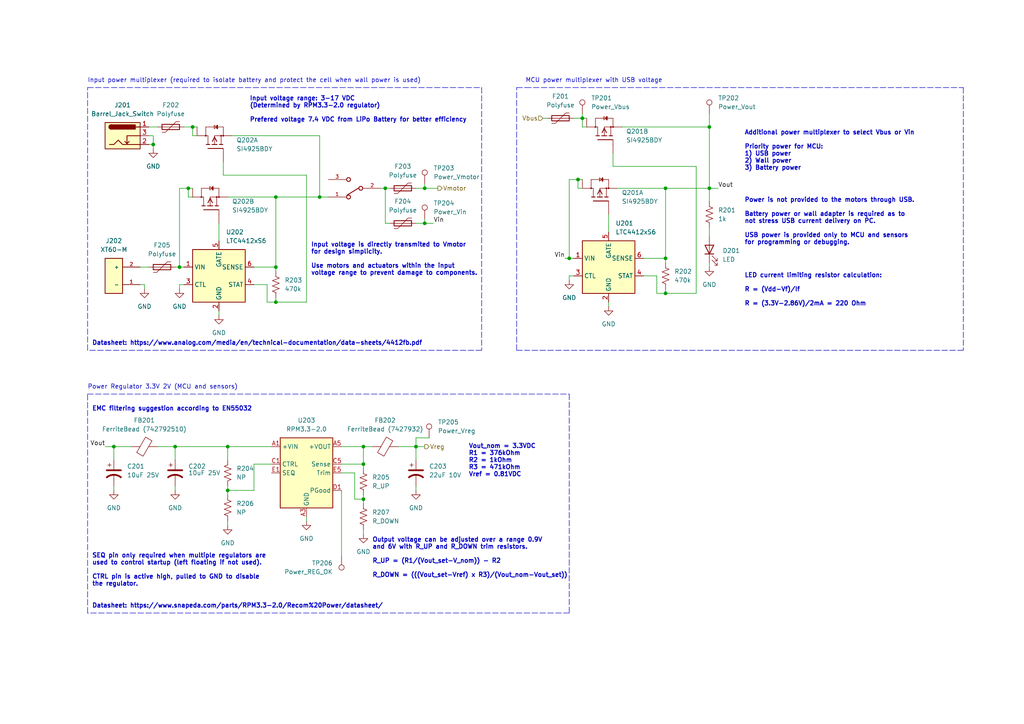
<source format=kicad_sch>
(kicad_sch (version 20211123) (generator eeschema)

  (uuid 10f929d8-9747-42d9-918a-e7c87ccd950f)

  (paper "A4")

  (title_block
    (title "Thesis Proyect Luis Ernesto Fdez")
    (date "2022-03-17")
    (rev "A")
    (company "Universidad Autónoma de Querétaro")
    (comment 1 "external sensors and LEGO mechanical construction elements as educational equipment.")
    (comment 2 "Design implemets a replacement for the LEGO Mindstorms robot controllers for use with")
    (comment 3 "Distributed Open-source as: CC BY-SA 4.0")
  )

  (lib_symbols
    (symbol "Connector:Barrel_Jack_Switch" (pin_names hide) (in_bom yes) (on_board yes)
      (property "Reference" "J" (id 0) (at 0 5.334 0)
        (effects (font (size 1.27 1.27)))
      )
      (property "Value" "Barrel_Jack_Switch" (id 1) (at 0 -5.08 0)
        (effects (font (size 1.27 1.27)))
      )
      (property "Footprint" "" (id 2) (at 1.27 -1.016 0)
        (effects (font (size 1.27 1.27)) hide)
      )
      (property "Datasheet" "~" (id 3) (at 1.27 -1.016 0)
        (effects (font (size 1.27 1.27)) hide)
      )
      (property "ki_keywords" "DC power barrel jack connector" (id 4) (at 0 0 0)
        (effects (font (size 1.27 1.27)) hide)
      )
      (property "ki_description" "DC Barrel Jack with an internal switch" (id 5) (at 0 0 0)
        (effects (font (size 1.27 1.27)) hide)
      )
      (property "ki_fp_filters" "BarrelJack*" (id 6) (at 0 0 0)
        (effects (font (size 1.27 1.27)) hide)
      )
      (symbol "Barrel_Jack_Switch_0_1"
        (rectangle (start -5.08 3.81) (end 5.08 -3.81)
          (stroke (width 0.254) (type default) (color 0 0 0 0))
          (fill (type background))
        )
        (arc (start -3.302 3.175) (mid -3.937 2.54) (end -3.302 1.905)
          (stroke (width 0.254) (type default) (color 0 0 0 0))
          (fill (type none))
        )
        (arc (start -3.302 3.175) (mid -3.937 2.54) (end -3.302 1.905)
          (stroke (width 0.254) (type default) (color 0 0 0 0))
          (fill (type outline))
        )
        (polyline
          (pts
            (xy 1.27 -2.286)
            (xy 1.905 -1.651)
          )
          (stroke (width 0.254) (type default) (color 0 0 0 0))
          (fill (type none))
        )
        (polyline
          (pts
            (xy 5.08 2.54)
            (xy 3.81 2.54)
          )
          (stroke (width 0.254) (type default) (color 0 0 0 0))
          (fill (type none))
        )
        (polyline
          (pts
            (xy 5.08 0)
            (xy 1.27 0)
            (xy 1.27 -2.286)
            (xy 0.635 -1.651)
          )
          (stroke (width 0.254) (type default) (color 0 0 0 0))
          (fill (type none))
        )
        (polyline
          (pts
            (xy -3.81 -2.54)
            (xy -2.54 -2.54)
            (xy -1.27 -1.27)
            (xy 0 -2.54)
            (xy 2.54 -2.54)
            (xy 5.08 -2.54)
          )
          (stroke (width 0.254) (type default) (color 0 0 0 0))
          (fill (type none))
        )
        (rectangle (start 3.683 3.175) (end -3.302 1.905)
          (stroke (width 0.254) (type default) (color 0 0 0 0))
          (fill (type outline))
        )
      )
      (symbol "Barrel_Jack_Switch_1_1"
        (pin passive line (at 7.62 2.54 180) (length 2.54)
          (name "~" (effects (font (size 1.27 1.27))))
          (number "1" (effects (font (size 1.27 1.27))))
        )
        (pin passive line (at 7.62 -2.54 180) (length 2.54)
          (name "~" (effects (font (size 1.27 1.27))))
          (number "2" (effects (font (size 1.27 1.27))))
        )
        (pin passive line (at 7.62 0 180) (length 2.54)
          (name "~" (effects (font (size 1.27 1.27))))
          (number "3" (effects (font (size 1.27 1.27))))
        )
      )
    )
    (symbol "Connector:TestPoint" (pin_numbers hide) (pin_names (offset 0.762) hide) (in_bom yes) (on_board yes)
      (property "Reference" "TP" (id 0) (at 0 6.858 0)
        (effects (font (size 1.27 1.27)))
      )
      (property "Value" "TestPoint" (id 1) (at 0 5.08 0)
        (effects (font (size 1.27 1.27)))
      )
      (property "Footprint" "" (id 2) (at 5.08 0 0)
        (effects (font (size 1.27 1.27)) hide)
      )
      (property "Datasheet" "~" (id 3) (at 5.08 0 0)
        (effects (font (size 1.27 1.27)) hide)
      )
      (property "ki_keywords" "test point tp" (id 4) (at 0 0 0)
        (effects (font (size 1.27 1.27)) hide)
      )
      (property "ki_description" "test point" (id 5) (at 0 0 0)
        (effects (font (size 1.27 1.27)) hide)
      )
      (property "ki_fp_filters" "Pin* Test*" (id 6) (at 0 0 0)
        (effects (font (size 1.27 1.27)) hide)
      )
      (symbol "TestPoint_0_1"
        (circle (center 0 3.302) (radius 0.762)
          (stroke (width 0) (type default) (color 0 0 0 0))
          (fill (type none))
        )
      )
      (symbol "TestPoint_1_1"
        (pin passive line (at 0 0 90) (length 2.54)
          (name "1" (effects (font (size 1.27 1.27))))
          (number "1" (effects (font (size 1.27 1.27))))
        )
      )
    )
    (symbol "Converter_DCDC:RPM3.3-2.0" (in_bom yes) (on_board yes)
      (property "Reference" "U" (id 0) (at -6.35 11.43 0)
        (effects (font (size 1.27 1.27)))
      )
      (property "Value" "RPM3.3-2.0" (id 1) (at 3.81 11.43 0)
        (effects (font (size 1.27 1.27)))
      )
      (property "Footprint" "Converter_DCDC:Converter_DCDC_RECOM_RPMx.x-x.0" (id 2) (at 1.27 -20.32 0)
        (effects (font (size 1.27 1.27)) hide)
      )
      (property "Datasheet" "https://www.recom-power.com/pdf/Innoline/RPM-2.0.pdf" (id 3) (at -0.635 1.27 0)
        (effects (font (size 1.27 1.27)) hide)
      )
      (property "ki_keywords" "Recom dc-dc converter" (id 4) (at 0 0 0)
        (effects (font (size 1.27 1.27)) hide)
      )
      (property "ki_description" "2A non-isolated switching regulator power module, 3-17V input voltage, 3.3V output voltage, DOSA" (id 5) (at 0 0 0)
        (effects (font (size 1.27 1.27)) hide)
      )
      (property "ki_fp_filters" "Converter*DCDC*RECOM*RPM*" (id 6) (at 0 0 0)
        (effects (font (size 1.27 1.27)) hide)
      )
      (symbol "RPM3.3-2.0_0_1"
        (rectangle (start -7.62 10.16) (end 7.62 -10.16)
          (stroke (width 0.254) (type default) (color 0 0 0 0))
          (fill (type background))
        )
      )
      (symbol "RPM3.3-2.0_1_1"
        (pin power_in line (at -10.16 7.62 0) (length 2.54)
          (name "+VIN" (effects (font (size 1.27 1.27))))
          (number "A1" (effects (font (size 1.27 1.27))))
        )
        (pin passive line (at -10.16 7.62 0) (length 2.54) hide
          (name "+VIN" (effects (font (size 1.27 1.27))))
          (number "A2" (effects (font (size 1.27 1.27))))
        )
        (pin power_in line (at 0 -12.7 90) (length 2.54)
          (name "GND" (effects (font (size 1.27 1.27))))
          (number "A3" (effects (font (size 1.27 1.27))))
        )
        (pin passive line (at 0 -12.7 90) (length 2.54) hide
          (name "GND" (effects (font (size 1.27 1.27))))
          (number "A4" (effects (font (size 1.27 1.27))))
        )
        (pin power_out line (at 10.16 7.62 180) (length 2.54)
          (name "+VOUT" (effects (font (size 1.27 1.27))))
          (number "A5" (effects (font (size 1.27 1.27))))
        )
        (pin passive line (at 0 -12.7 90) (length 2.54) hide
          (name "GND" (effects (font (size 1.27 1.27))))
          (number "B1" (effects (font (size 1.27 1.27))))
        )
        (pin passive line (at 0 -12.7 90) (length 2.54) hide
          (name "GND" (effects (font (size 1.27 1.27))))
          (number "B2" (effects (font (size 1.27 1.27))))
        )
        (pin passive line (at 0 -12.7 90) (length 2.54) hide
          (name "GND" (effects (font (size 1.27 1.27))))
          (number "B3" (effects (font (size 1.27 1.27))))
        )
        (pin passive line (at 0 -12.7 90) (length 2.54) hide
          (name "GND" (effects (font (size 1.27 1.27))))
          (number "B4" (effects (font (size 1.27 1.27))))
        )
        (pin passive line (at 10.16 7.62 180) (length 2.54) hide
          (name "+VOUT" (effects (font (size 1.27 1.27))))
          (number "B5" (effects (font (size 1.27 1.27))))
        )
        (pin input line (at -10.16 2.54 0) (length 2.54)
          (name "CTRL" (effects (font (size 1.27 1.27))))
          (number "C1" (effects (font (size 1.27 1.27))))
        )
        (pin passive line (at 0 -12.7 90) (length 2.54) hide
          (name "GND" (effects (font (size 1.27 1.27))))
          (number "C2" (effects (font (size 1.27 1.27))))
        )
        (pin passive line (at 0 -12.7 90) (length 2.54) hide
          (name "GND" (effects (font (size 1.27 1.27))))
          (number "C3" (effects (font (size 1.27 1.27))))
        )
        (pin passive line (at 0 -12.7 90) (length 2.54) hide
          (name "GND" (effects (font (size 1.27 1.27))))
          (number "C4" (effects (font (size 1.27 1.27))))
        )
        (pin input line (at 10.16 2.54 180) (length 2.54)
          (name "Sense" (effects (font (size 1.27 1.27))))
          (number "C5" (effects (font (size 1.27 1.27))))
        )
        (pin output line (at 10.16 -5.08 180) (length 2.54)
          (name "PGood" (effects (font (size 1.27 1.27))))
          (number "D1" (effects (font (size 1.27 1.27))))
        )
        (pin passive line (at 0 -12.7 90) (length 2.54) hide
          (name "GND" (effects (font (size 1.27 1.27))))
          (number "D2" (effects (font (size 1.27 1.27))))
        )
        (pin passive line (at 0 -12.7 90) (length 2.54) hide
          (name "GND" (effects (font (size 1.27 1.27))))
          (number "D3" (effects (font (size 1.27 1.27))))
        )
        (pin passive line (at 0 -12.7 90) (length 2.54) hide
          (name "GND" (effects (font (size 1.27 1.27))))
          (number "D4" (effects (font (size 1.27 1.27))))
        )
        (pin passive line (at 0 -12.7 90) (length 2.54) hide
          (name "GND" (effects (font (size 1.27 1.27))))
          (number "D5" (effects (font (size 1.27 1.27))))
        )
        (pin passive line (at -10.16 0 0) (length 2.54)
          (name "SEQ" (effects (font (size 1.27 1.27))))
          (number "E1" (effects (font (size 1.27 1.27))))
        )
        (pin no_connect line (at -7.62 -5.08 0) (length 2.54) hide
          (name "NC" (effects (font (size 1.27 1.27))))
          (number "E2" (effects (font (size 1.27 1.27))))
        )
        (pin passive line (at 0 -12.7 90) (length 2.54) hide
          (name "GND" (effects (font (size 1.27 1.27))))
          (number "E3" (effects (font (size 1.27 1.27))))
        )
        (pin passive line (at 0 -12.7 90) (length 2.54) hide
          (name "GND" (effects (font (size 1.27 1.27))))
          (number "E4" (effects (font (size 1.27 1.27))))
        )
        (pin input line (at 10.16 0 180) (length 2.54)
          (name "Trim" (effects (font (size 1.27 1.27))))
          (number "E5" (effects (font (size 1.27 1.27))))
        )
      )
    )
    (symbol "Device:C_Polarized_US" (pin_numbers hide) (pin_names (offset 0.254) hide) (in_bom yes) (on_board yes)
      (property "Reference" "C" (id 0) (at 0.635 2.54 0)
        (effects (font (size 1.27 1.27)) (justify left))
      )
      (property "Value" "C_Polarized_US" (id 1) (at 0.635 -2.54 0)
        (effects (font (size 1.27 1.27)) (justify left))
      )
      (property "Footprint" "" (id 2) (at 0 0 0)
        (effects (font (size 1.27 1.27)) hide)
      )
      (property "Datasheet" "~" (id 3) (at 0 0 0)
        (effects (font (size 1.27 1.27)) hide)
      )
      (property "ki_keywords" "cap capacitor" (id 4) (at 0 0 0)
        (effects (font (size 1.27 1.27)) hide)
      )
      (property "ki_description" "Polarized capacitor, US symbol" (id 5) (at 0 0 0)
        (effects (font (size 1.27 1.27)) hide)
      )
      (property "ki_fp_filters" "CP_*" (id 6) (at 0 0 0)
        (effects (font (size 1.27 1.27)) hide)
      )
      (symbol "C_Polarized_US_0_1"
        (polyline
          (pts
            (xy -2.032 0.762)
            (xy 2.032 0.762)
          )
          (stroke (width 0.508) (type default) (color 0 0 0 0))
          (fill (type none))
        )
        (polyline
          (pts
            (xy -1.778 2.286)
            (xy -0.762 2.286)
          )
          (stroke (width 0) (type default) (color 0 0 0 0))
          (fill (type none))
        )
        (polyline
          (pts
            (xy -1.27 1.778)
            (xy -1.27 2.794)
          )
          (stroke (width 0) (type default) (color 0 0 0 0))
          (fill (type none))
        )
        (arc (start 2.032 -1.27) (mid 0 -0.5572) (end -2.032 -1.27)
          (stroke (width 0.508) (type default) (color 0 0 0 0))
          (fill (type none))
        )
      )
      (symbol "C_Polarized_US_1_1"
        (pin passive line (at 0 3.81 270) (length 2.794)
          (name "~" (effects (font (size 1.27 1.27))))
          (number "1" (effects (font (size 1.27 1.27))))
        )
        (pin passive line (at 0 -3.81 90) (length 3.302)
          (name "~" (effects (font (size 1.27 1.27))))
          (number "2" (effects (font (size 1.27 1.27))))
        )
      )
    )
    (symbol "Device:FerriteBead" (pin_numbers hide) (pin_names (offset 0)) (in_bom yes) (on_board yes)
      (property "Reference" "FB" (id 0) (at -3.81 0.635 90)
        (effects (font (size 1.27 1.27)))
      )
      (property "Value" "FerriteBead" (id 1) (at 3.81 0 90)
        (effects (font (size 1.27 1.27)))
      )
      (property "Footprint" "" (id 2) (at -1.778 0 90)
        (effects (font (size 1.27 1.27)) hide)
      )
      (property "Datasheet" "~" (id 3) (at 0 0 0)
        (effects (font (size 1.27 1.27)) hide)
      )
      (property "ki_keywords" "L ferrite bead inductor filter" (id 4) (at 0 0 0)
        (effects (font (size 1.27 1.27)) hide)
      )
      (property "ki_description" "Ferrite bead" (id 5) (at 0 0 0)
        (effects (font (size 1.27 1.27)) hide)
      )
      (property "ki_fp_filters" "Inductor_* L_* *Ferrite*" (id 6) (at 0 0 0)
        (effects (font (size 1.27 1.27)) hide)
      )
      (symbol "FerriteBead_0_1"
        (polyline
          (pts
            (xy 0 -1.27)
            (xy 0 -1.2192)
          )
          (stroke (width 0) (type default) (color 0 0 0 0))
          (fill (type none))
        )
        (polyline
          (pts
            (xy 0 1.27)
            (xy 0 1.2954)
          )
          (stroke (width 0) (type default) (color 0 0 0 0))
          (fill (type none))
        )
        (polyline
          (pts
            (xy -2.7686 0.4064)
            (xy -1.7018 2.2606)
            (xy 2.7686 -0.3048)
            (xy 1.6764 -2.159)
            (xy -2.7686 0.4064)
          )
          (stroke (width 0) (type default) (color 0 0 0 0))
          (fill (type none))
        )
      )
      (symbol "FerriteBead_1_1"
        (pin passive line (at 0 3.81 270) (length 2.54)
          (name "~" (effects (font (size 1.27 1.27))))
          (number "1" (effects (font (size 1.27 1.27))))
        )
        (pin passive line (at 0 -3.81 90) (length 2.54)
          (name "~" (effects (font (size 1.27 1.27))))
          (number "2" (effects (font (size 1.27 1.27))))
        )
      )
    )
    (symbol "Device:LED" (pin_numbers hide) (pin_names (offset 1.016) hide) (in_bom yes) (on_board yes)
      (property "Reference" "D" (id 0) (at 0 2.54 0)
        (effects (font (size 1.27 1.27)))
      )
      (property "Value" "LED" (id 1) (at 0 -2.54 0)
        (effects (font (size 1.27 1.27)))
      )
      (property "Footprint" "" (id 2) (at 0 0 0)
        (effects (font (size 1.27 1.27)) hide)
      )
      (property "Datasheet" "~" (id 3) (at 0 0 0)
        (effects (font (size 1.27 1.27)) hide)
      )
      (property "ki_keywords" "LED diode" (id 4) (at 0 0 0)
        (effects (font (size 1.27 1.27)) hide)
      )
      (property "ki_description" "Light emitting diode" (id 5) (at 0 0 0)
        (effects (font (size 1.27 1.27)) hide)
      )
      (property "ki_fp_filters" "LED* LED_SMD:* LED_THT:*" (id 6) (at 0 0 0)
        (effects (font (size 1.27 1.27)) hide)
      )
      (symbol "LED_0_1"
        (polyline
          (pts
            (xy -1.27 -1.27)
            (xy -1.27 1.27)
          )
          (stroke (width 0.254) (type default) (color 0 0 0 0))
          (fill (type none))
        )
        (polyline
          (pts
            (xy -1.27 0)
            (xy 1.27 0)
          )
          (stroke (width 0) (type default) (color 0 0 0 0))
          (fill (type none))
        )
        (polyline
          (pts
            (xy 1.27 -1.27)
            (xy 1.27 1.27)
            (xy -1.27 0)
            (xy 1.27 -1.27)
          )
          (stroke (width 0.254) (type default) (color 0 0 0 0))
          (fill (type none))
        )
        (polyline
          (pts
            (xy -3.048 -0.762)
            (xy -4.572 -2.286)
            (xy -3.81 -2.286)
            (xy -4.572 -2.286)
            (xy -4.572 -1.524)
          )
          (stroke (width 0) (type default) (color 0 0 0 0))
          (fill (type none))
        )
        (polyline
          (pts
            (xy -1.778 -0.762)
            (xy -3.302 -2.286)
            (xy -2.54 -2.286)
            (xy -3.302 -2.286)
            (xy -3.302 -1.524)
          )
          (stroke (width 0) (type default) (color 0 0 0 0))
          (fill (type none))
        )
      )
      (symbol "LED_1_1"
        (pin passive line (at -3.81 0 0) (length 2.54)
          (name "K" (effects (font (size 1.27 1.27))))
          (number "1" (effects (font (size 1.27 1.27))))
        )
        (pin passive line (at 3.81 0 180) (length 2.54)
          (name "A" (effects (font (size 1.27 1.27))))
          (number "2" (effects (font (size 1.27 1.27))))
        )
      )
    )
    (symbol "Device:Polyfuse" (pin_numbers hide) (pin_names (offset 0)) (in_bom yes) (on_board yes)
      (property "Reference" "F" (id 0) (at -2.54 0 90)
        (effects (font (size 1.27 1.27)))
      )
      (property "Value" "Polyfuse" (id 1) (at 2.54 0 90)
        (effects (font (size 1.27 1.27)))
      )
      (property "Footprint" "" (id 2) (at 1.27 -5.08 0)
        (effects (font (size 1.27 1.27)) (justify left) hide)
      )
      (property "Datasheet" "~" (id 3) (at 0 0 0)
        (effects (font (size 1.27 1.27)) hide)
      )
      (property "ki_keywords" "resettable fuse PTC PPTC polyfuse polyswitch" (id 4) (at 0 0 0)
        (effects (font (size 1.27 1.27)) hide)
      )
      (property "ki_description" "Resettable fuse, polymeric positive temperature coefficient" (id 5) (at 0 0 0)
        (effects (font (size 1.27 1.27)) hide)
      )
      (property "ki_fp_filters" "*polyfuse* *PTC*" (id 6) (at 0 0 0)
        (effects (font (size 1.27 1.27)) hide)
      )
      (symbol "Polyfuse_0_1"
        (rectangle (start -0.762 2.54) (end 0.762 -2.54)
          (stroke (width 0.254) (type default) (color 0 0 0 0))
          (fill (type none))
        )
        (polyline
          (pts
            (xy 0 2.54)
            (xy 0 -2.54)
          )
          (stroke (width 0) (type default) (color 0 0 0 0))
          (fill (type none))
        )
        (polyline
          (pts
            (xy -1.524 2.54)
            (xy -1.524 1.524)
            (xy 1.524 -1.524)
            (xy 1.524 -2.54)
          )
          (stroke (width 0) (type default) (color 0 0 0 0))
          (fill (type none))
        )
      )
      (symbol "Polyfuse_1_1"
        (pin passive line (at 0 3.81 270) (length 1.27)
          (name "~" (effects (font (size 1.27 1.27))))
          (number "1" (effects (font (size 1.27 1.27))))
        )
        (pin passive line (at 0 -3.81 90) (length 1.27)
          (name "~" (effects (font (size 1.27 1.27))))
          (number "2" (effects (font (size 1.27 1.27))))
        )
      )
    )
    (symbol "Device:R_US" (pin_numbers hide) (pin_names (offset 0)) (in_bom yes) (on_board yes)
      (property "Reference" "R" (id 0) (at 2.54 0 90)
        (effects (font (size 1.27 1.27)))
      )
      (property "Value" "R_US" (id 1) (at -2.54 0 90)
        (effects (font (size 1.27 1.27)))
      )
      (property "Footprint" "" (id 2) (at 1.016 -0.254 90)
        (effects (font (size 1.27 1.27)) hide)
      )
      (property "Datasheet" "~" (id 3) (at 0 0 0)
        (effects (font (size 1.27 1.27)) hide)
      )
      (property "ki_keywords" "R res resistor" (id 4) (at 0 0 0)
        (effects (font (size 1.27 1.27)) hide)
      )
      (property "ki_description" "Resistor, US symbol" (id 5) (at 0 0 0)
        (effects (font (size 1.27 1.27)) hide)
      )
      (property "ki_fp_filters" "R_*" (id 6) (at 0 0 0)
        (effects (font (size 1.27 1.27)) hide)
      )
      (symbol "R_US_0_1"
        (polyline
          (pts
            (xy 0 -2.286)
            (xy 0 -2.54)
          )
          (stroke (width 0) (type default) (color 0 0 0 0))
          (fill (type none))
        )
        (polyline
          (pts
            (xy 0 2.286)
            (xy 0 2.54)
          )
          (stroke (width 0) (type default) (color 0 0 0 0))
          (fill (type none))
        )
        (polyline
          (pts
            (xy 0 -0.762)
            (xy 1.016 -1.143)
            (xy 0 -1.524)
            (xy -1.016 -1.905)
            (xy 0 -2.286)
          )
          (stroke (width 0) (type default) (color 0 0 0 0))
          (fill (type none))
        )
        (polyline
          (pts
            (xy 0 0.762)
            (xy 1.016 0.381)
            (xy 0 0)
            (xy -1.016 -0.381)
            (xy 0 -0.762)
          )
          (stroke (width 0) (type default) (color 0 0 0 0))
          (fill (type none))
        )
        (polyline
          (pts
            (xy 0 2.286)
            (xy 1.016 1.905)
            (xy 0 1.524)
            (xy -1.016 1.143)
            (xy 0 0.762)
          )
          (stroke (width 0) (type default) (color 0 0 0 0))
          (fill (type none))
        )
      )
      (symbol "R_US_1_1"
        (pin passive line (at 0 3.81 270) (length 1.27)
          (name "~" (effects (font (size 1.27 1.27))))
          (number "1" (effects (font (size 1.27 1.27))))
        )
        (pin passive line (at 0 -3.81 90) (length 1.27)
          (name "~" (effects (font (size 1.27 1.27))))
          (number "2" (effects (font (size 1.27 1.27))))
        )
      )
    )
    (symbol "EG1213:EG1213" (pin_names (offset 1.016) hide) (in_bom yes) (on_board yes)
      (property "Reference" "S" (id 0) (at 0 0 0)
        (effects (font (size 1.27 1.27)) (justify left bottom) hide)
      )
      (property "Value" "EG1213" (id 1) (at 0 0 0)
        (effects (font (size 1.27 1.27)) (justify left bottom) hide)
      )
      (property "Footprint" "SnapEDA Library:SW_EG1213" (id 2) (at 0 0 0)
        (effects (font (size 1.27 1.27)) (justify left bottom) hide)
      )
      (property "Datasheet" "" (id 3) (at 0 0 0)
        (effects (font (size 1.27 1.27)) (justify left bottom) hide)
      )
      (property "MANUFACTURER" "E-Switch" (id 4) (at 0 0 0)
        (effects (font (size 1.27 1.27)) (justify left bottom) hide)
      )
      (property "ki_locked" "" (id 5) (at 0 0 0)
        (effects (font (size 1.27 1.27)))
      )
      (symbol "EG1213_0_0"
        (circle (center -1.778 -2.54) (radius 0.5588)
          (stroke (width 0.254) (type default) (color 0 0 0 0))
          (fill (type none))
        )
        (circle (center -1.778 2.54) (radius 0.5588)
          (stroke (width 0.254) (type default) (color 0 0 0 0))
          (fill (type none))
        )
        (polyline
          (pts
            (xy 1.016 0)
            (xy -2.286 2.032)
          )
          (stroke (width 0.254) (type default) (color 0 0 0 0))
          (fill (type none))
        )
        (circle (center 1.778 0) (radius 0.5588)
          (stroke (width 0.254) (type default) (color 0 0 0 0))
          (fill (type none))
        )
        (pin passive line (at -7.62 2.54 0) (length 5.08)
          (name "~" (effects (font (size 1.016 1.016))))
          (number "1" (effects (font (size 1.016 1.016))))
        )
        (pin passive line (at 7.62 0 180) (length 5.08)
          (name "~" (effects (font (size 1.016 1.016))))
          (number "2" (effects (font (size 1.016 1.016))))
        )
        (pin passive line (at -7.62 -2.54 0) (length 5.08)
          (name "~" (effects (font (size 1.016 1.016))))
          (number "3" (effects (font (size 1.016 1.016))))
        )
      )
    )
    (symbol "Power_Management:LTC4412xS6" (in_bom yes) (on_board yes)
      (property "Reference" "U" (id 0) (at -6.35 8.89 0)
        (effects (font (size 1.27 1.27)))
      )
      (property "Value" "LTC4412xS6" (id 1) (at 6.35 8.89 0)
        (effects (font (size 1.27 1.27)))
      )
      (property "Footprint" "Package_TO_SOT_SMD:TSOT-23-6" (id 2) (at 16.51 -8.89 0)
        (effects (font (size 1.27 1.27)) hide)
      )
      (property "Datasheet" "https://www.analog.com/media/en/technical-documentation/data-sheets/4412fb.pdf" (id 3) (at 53.34 -5.08 0)
        (effects (font (size 1.27 1.27)) hide)
      )
      (property "ki_keywords" "ideal-diode or-ing" (id 4) (at 0 0 0)
        (effects (font (size 1.27 1.27)) hide)
      )
      (property "ki_description" "Low Loss PowerPath Controller, TSOT-23-6" (id 5) (at 0 0 0)
        (effects (font (size 1.27 1.27)) hide)
      )
      (property "ki_fp_filters" "TSOT?23*" (id 6) (at 0 0 0)
        (effects (font (size 1.27 1.27)) hide)
      )
      (symbol "LTC4412xS6_0_1"
        (rectangle (start -7.62 7.62) (end 7.62 -7.62)
          (stroke (width 0.254) (type default) (color 0 0 0 0))
          (fill (type background))
        )
      )
      (symbol "LTC4412xS6_1_1"
        (pin power_in line (at -10.16 2.54 0) (length 2.54)
          (name "VIN" (effects (font (size 1.27 1.27))))
          (number "1" (effects (font (size 1.27 1.27))))
        )
        (pin power_in line (at 0 -10.16 90) (length 2.54)
          (name "GND" (effects (font (size 1.27 1.27))))
          (number "2" (effects (font (size 1.27 1.27))))
        )
        (pin input line (at -10.16 -2.54 0) (length 2.54)
          (name "CTL" (effects (font (size 1.27 1.27))))
          (number "3" (effects (font (size 1.27 1.27))))
        )
        (pin open_collector line (at 10.16 -2.54 180) (length 2.54)
          (name "STAT" (effects (font (size 1.27 1.27))))
          (number "4" (effects (font (size 1.27 1.27))))
        )
        (pin output line (at 0 10.16 270) (length 2.54)
          (name "GATE" (effects (font (size 1.27 1.27))))
          (number "5" (effects (font (size 1.27 1.27))))
        )
        (pin input line (at 10.16 2.54 180) (length 2.54)
          (name "SENSE" (effects (font (size 1.27 1.27))))
          (number "6" (effects (font (size 1.27 1.27))))
        )
      )
    )
    (symbol "SI4925BDY:SI4925BDY" (pin_numbers hide) (pin_names (offset 1.016) hide) (in_bom yes) (on_board yes)
      (property "Reference" "Q" (id 0) (at 3.81 -2.54 0)
        (effects (font (size 1.27 1.27)) (justify left bottom))
      )
      (property "Value" "SI4925BDY" (id 1) (at 3.81 0 0)
        (effects (font (size 1.27 1.27)) (justify left bottom))
      )
      (property "Footprint" "SnapEDA Library:SO-8" (id 2) (at 0 0 0)
        (effects (font (size 1.27 1.27)) (justify left bottom) hide)
      )
      (property "Datasheet" "" (id 3) (at 0 0 0)
        (effects (font (size 1.27 1.27)) (justify left bottom) hide)
      )
      (property "ki_locked" "" (id 4) (at 0 0 0)
        (effects (font (size 1.27 1.27)))
      )
      (symbol "SI4925BDY_1_0"
        (circle (center -2.54 -2.54) (radius 0.127)
          (stroke (width 0.254) (type default) (color 0 0 0 0))
          (fill (type none))
        )
        (circle (center -2.54 1.905) (radius 0.127)
          (stroke (width 0.254) (type default) (color 0 0 0 0))
          (fill (type none))
        )
        (circle (center -2.54 2.54) (radius 0.127)
          (stroke (width 0.254) (type default) (color 0 0 0 0))
          (fill (type none))
        )
        (polyline
          (pts
            (xy -7.62 2.54)
            (xy -6.2992 2.54)
          )
          (stroke (width 0.1524) (type default) (color 0 0 0 0))
          (fill (type none))
        )
        (polyline
          (pts
            (xy -6.223 -1.905)
            (xy -6.223 2.4892)
          )
          (stroke (width 0.254) (type default) (color 0 0 0 0))
          (fill (type none))
        )
        (polyline
          (pts
            (xy -5.08 -2.413)
            (xy -5.08 -1.905)
          )
          (stroke (width 0.254) (type default) (color 0 0 0 0))
          (fill (type none))
        )
        (polyline
          (pts
            (xy -5.08 -1.905)
            (xy -5.08 -1.397)
          )
          (stroke (width 0.254) (type default) (color 0 0 0 0))
          (fill (type none))
        )
        (polyline
          (pts
            (xy -5.08 -0.762)
            (xy -5.08 0)
          )
          (stroke (width 0.254) (type default) (color 0 0 0 0))
          (fill (type none))
        )
        (polyline
          (pts
            (xy -5.08 0)
            (xy -5.08 0.762)
          )
          (stroke (width 0.254) (type default) (color 0 0 0 0))
          (fill (type none))
        )
        (polyline
          (pts
            (xy -5.08 0)
            (xy -2.921 0)
          )
          (stroke (width 0.1524) (type default) (color 0 0 0 0))
          (fill (type none))
        )
        (polyline
          (pts
            (xy -5.08 1.397)
            (xy -5.08 1.905)
          )
          (stroke (width 0.254) (type default) (color 0 0 0 0))
          (fill (type none))
        )
        (polyline
          (pts
            (xy -5.08 1.905)
            (xy -5.08 2.413)
          )
          (stroke (width 0.254) (type default) (color 0 0 0 0))
          (fill (type none))
        )
        (polyline
          (pts
            (xy -5.08 1.905)
            (xy -2.54 1.905)
          )
          (stroke (width 0.1524) (type default) (color 0 0 0 0))
          (fill (type none))
        )
        (polyline
          (pts
            (xy -4.191 -0.635)
            (xy -2.921 0)
          )
          (stroke (width 0.254) (type default) (color 0 0 0 0))
          (fill (type none))
        )
        (polyline
          (pts
            (xy -4.191 0.635)
            (xy -2.921 0)
          )
          (stroke (width 0.254) (type default) (color 0 0 0 0))
          (fill (type none))
        )
        (polyline
          (pts
            (xy -2.921 0)
            (xy -2.54 0)
          )
          (stroke (width 0.1524) (type default) (color 0 0 0 0))
          (fill (type none))
        )
        (polyline
          (pts
            (xy -2.54 -5.08)
            (xy -2.54 -2.54)
          )
          (stroke (width 0.1524) (type default) (color 0 0 0 0))
          (fill (type none))
        )
        (polyline
          (pts
            (xy -2.54 -2.54)
            (xy -2.54 -1.905)
          )
          (stroke (width 0.1524) (type default) (color 0 0 0 0))
          (fill (type none))
        )
        (polyline
          (pts
            (xy -2.54 -2.54)
            (xy 0 -2.54)
          )
          (stroke (width 0.1524) (type default) (color 0 0 0 0))
          (fill (type none))
        )
        (polyline
          (pts
            (xy -2.54 -1.905)
            (xy -5.08 -1.905)
          )
          (stroke (width 0.1524) (type default) (color 0 0 0 0))
          (fill (type none))
        )
        (polyline
          (pts
            (xy -2.54 0)
            (xy -2.54 1.905)
          )
          (stroke (width 0.1524) (type default) (color 0 0 0 0))
          (fill (type none))
        )
        (polyline
          (pts
            (xy -2.54 2.54)
            (xy -2.54 1.905)
          )
          (stroke (width 0.1524) (type default) (color 0 0 0 0))
          (fill (type none))
        )
        (polyline
          (pts
            (xy -2.54 5.08)
            (xy -2.54 2.54)
          )
          (stroke (width 0.1524) (type default) (color 0 0 0 0))
          (fill (type none))
        )
        (polyline
          (pts
            (xy 0 -5.08)
            (xy -2.54 -5.08)
          )
          (stroke (width 0.1524) (type default) (color 0 0 0 0))
          (fill (type none))
        )
        (polyline
          (pts
            (xy 0 -2.54)
            (xy 0 2.54)
          )
          (stroke (width 0.1524) (type default) (color 0 0 0 0))
          (fill (type none))
        )
        (polyline
          (pts
            (xy 0 2.54)
            (xy -2.54 2.54)
          )
          (stroke (width 0.1524) (type default) (color 0 0 0 0))
          (fill (type none))
        )
        (polyline
          (pts
            (xy 0 0.635)
            (xy 0.508 -0.127)
            (xy -0.508 -0.127)
            (xy 0 0.635)
          )
          (stroke (width 0.1524) (type default) (color 0 0 0 0))
          (fill (type background))
        )
        (polyline
          (pts
            (xy -0.508 0.889)
            (xy 0.508 0.889)
            (xy 0.508 0.635)
            (xy -0.508 0.635)
            (xy -0.508 0.889)
          )
          (stroke (width 0) (type default) (color 0 0 0 0))
          (fill (type outline))
        )
        (pin passive line (at -2.54 5.08 180) (length 0)
          (name "~" (effects (font (size 1.016 1.016))))
          (number "1" (effects (font (size 1.016 1.016))))
        )
        (pin passive line (at -10.16 2.54 0) (length 2.54)
          (name "~" (effects (font (size 1.016 1.016))))
          (number "2" (effects (font (size 1.016 1.016))))
        )
        (pin passive line (at -2.54 -5.08 180) (length 0)
          (name "~" (effects (font (size 1.016 1.016))))
          (number "7" (effects (font (size 1.016 1.016))))
        )
        (pin passive line (at 0 -5.08 180) (length 0)
          (name "~" (effects (font (size 1.016 1.016))))
          (number "8" (effects (font (size 1.016 1.016))))
        )
      )
      (symbol "SI4925BDY_2_0"
        (circle (center -2.54 -2.54) (radius 0.127)
          (stroke (width 0.254) (type default) (color 0 0 0 0))
          (fill (type none))
        )
        (circle (center -2.54 1.905) (radius 0.127)
          (stroke (width 0.254) (type default) (color 0 0 0 0))
          (fill (type none))
        )
        (circle (center -2.54 2.54) (radius 0.127)
          (stroke (width 0.254) (type default) (color 0 0 0 0))
          (fill (type none))
        )
        (polyline
          (pts
            (xy -7.62 2.54)
            (xy -6.2992 2.54)
          )
          (stroke (width 0.1524) (type default) (color 0 0 0 0))
          (fill (type none))
        )
        (polyline
          (pts
            (xy -6.223 -1.905)
            (xy -6.223 2.4892)
          )
          (stroke (width 0.254) (type default) (color 0 0 0 0))
          (fill (type none))
        )
        (polyline
          (pts
            (xy -5.08 -2.413)
            (xy -5.08 -1.905)
          )
          (stroke (width 0.254) (type default) (color 0 0 0 0))
          (fill (type none))
        )
        (polyline
          (pts
            (xy -5.08 -1.905)
            (xy -5.08 -1.397)
          )
          (stroke (width 0.254) (type default) (color 0 0 0 0))
          (fill (type none))
        )
        (polyline
          (pts
            (xy -5.08 -0.762)
            (xy -5.08 0)
          )
          (stroke (width 0.254) (type default) (color 0 0 0 0))
          (fill (type none))
        )
        (polyline
          (pts
            (xy -5.08 0)
            (xy -5.08 0.762)
          )
          (stroke (width 0.254) (type default) (color 0 0 0 0))
          (fill (type none))
        )
        (polyline
          (pts
            (xy -5.08 0)
            (xy -2.921 0)
          )
          (stroke (width 0.1524) (type default) (color 0 0 0 0))
          (fill (type none))
        )
        (polyline
          (pts
            (xy -5.08 1.397)
            (xy -5.08 1.905)
          )
          (stroke (width 0.254) (type default) (color 0 0 0 0))
          (fill (type none))
        )
        (polyline
          (pts
            (xy -5.08 1.905)
            (xy -5.08 2.413)
          )
          (stroke (width 0.254) (type default) (color 0 0 0 0))
          (fill (type none))
        )
        (polyline
          (pts
            (xy -5.08 1.905)
            (xy -2.54 1.905)
          )
          (stroke (width 0.1524) (type default) (color 0 0 0 0))
          (fill (type none))
        )
        (polyline
          (pts
            (xy -4.191 -0.635)
            (xy -2.921 0)
          )
          (stroke (width 0.254) (type default) (color 0 0 0 0))
          (fill (type none))
        )
        (polyline
          (pts
            (xy -4.191 0.635)
            (xy -2.921 0)
          )
          (stroke (width 0.254) (type default) (color 0 0 0 0))
          (fill (type none))
        )
        (polyline
          (pts
            (xy -2.921 0)
            (xy -2.54 0)
          )
          (stroke (width 0.1524) (type default) (color 0 0 0 0))
          (fill (type none))
        )
        (polyline
          (pts
            (xy -2.54 -5.08)
            (xy -2.54 -2.54)
          )
          (stroke (width 0.1524) (type default) (color 0 0 0 0))
          (fill (type none))
        )
        (polyline
          (pts
            (xy -2.54 -2.54)
            (xy -2.54 -1.905)
          )
          (stroke (width 0.1524) (type default) (color 0 0 0 0))
          (fill (type none))
        )
        (polyline
          (pts
            (xy -2.54 -2.54)
            (xy 0 -2.54)
          )
          (stroke (width 0.1524) (type default) (color 0 0 0 0))
          (fill (type none))
        )
        (polyline
          (pts
            (xy -2.54 -1.905)
            (xy -5.08 -1.905)
          )
          (stroke (width 0.1524) (type default) (color 0 0 0 0))
          (fill (type none))
        )
        (polyline
          (pts
            (xy -2.54 0)
            (xy -2.54 1.905)
          )
          (stroke (width 0.1524) (type default) (color 0 0 0 0))
          (fill (type none))
        )
        (polyline
          (pts
            (xy -2.54 2.54)
            (xy -2.54 1.905)
          )
          (stroke (width 0.1524) (type default) (color 0 0 0 0))
          (fill (type none))
        )
        (polyline
          (pts
            (xy -2.54 5.08)
            (xy -2.54 2.54)
          )
          (stroke (width 0.1524) (type default) (color 0 0 0 0))
          (fill (type none))
        )
        (polyline
          (pts
            (xy 0 -5.08)
            (xy -2.54 -5.08)
          )
          (stroke (width 0.1524) (type default) (color 0 0 0 0))
          (fill (type none))
        )
        (polyline
          (pts
            (xy 0 -2.54)
            (xy 0 2.54)
          )
          (stroke (width 0.1524) (type default) (color 0 0 0 0))
          (fill (type none))
        )
        (polyline
          (pts
            (xy 0 2.54)
            (xy -2.54 2.54)
          )
          (stroke (width 0.1524) (type default) (color 0 0 0 0))
          (fill (type none))
        )
        (polyline
          (pts
            (xy 0 0.635)
            (xy 0.508 -0.127)
            (xy -0.508 -0.127)
            (xy 0 0.635)
          )
          (stroke (width 0.1524) (type default) (color 0 0 0 0))
          (fill (type background))
        )
        (polyline
          (pts
            (xy -0.508 0.889)
            (xy 0.508 0.889)
            (xy 0.508 0.635)
            (xy -0.508 0.635)
            (xy -0.508 0.889)
          )
          (stroke (width 0) (type default) (color 0 0 0 0))
          (fill (type outline))
        )
        (pin passive line (at -2.54 5.08 180) (length 0)
          (name "~" (effects (font (size 1.016 1.016))))
          (number "3" (effects (font (size 1.016 1.016))))
        )
        (pin passive line (at -10.16 2.54 0) (length 2.54)
          (name "~" (effects (font (size 1.016 1.016))))
          (number "4" (effects (font (size 1.016 1.016))))
        )
        (pin passive line (at -2.54 -5.08 180) (length 0)
          (name "~" (effects (font (size 1.016 1.016))))
          (number "5" (effects (font (size 1.016 1.016))))
        )
        (pin passive line (at 0 -5.08 180) (length 0)
          (name "~" (effects (font (size 1.016 1.016))))
          (number "6" (effects (font (size 1.016 1.016))))
        )
      )
    )
    (symbol "XT60-M:XT60-M" (pin_names (offset 1.016)) (in_bom yes) (on_board yes)
      (property "Reference" "J" (id 0) (at -2.54 5.715 0)
        (effects (font (size 1.27 1.27)) (justify left bottom))
      )
      (property "Value" "XT60-M" (id 1) (at -2.794 -6.35 0)
        (effects (font (size 1.27 1.27)) (justify left bottom))
      )
      (property "Footprint" "SnapEDA Library:AMASS_XT60-M" (id 2) (at 0 0 0)
        (effects (font (size 1.27 1.27)) (justify left bottom) hide)
      )
      (property "Datasheet" "" (id 3) (at 0 0 0)
        (effects (font (size 1.27 1.27)) (justify left bottom) hide)
      )
      (property "MANUFACTURER" "AMASS" (id 4) (at 0 0 0)
        (effects (font (size 1.27 1.27)) (justify left bottom) hide)
      )
      (property "STANDARD" "IPC-7251" (id 5) (at 0 0 0)
        (effects (font (size 1.27 1.27)) (justify left bottom) hide)
      )
      (property "PARTREV" "1.2" (id 6) (at 0 0 0)
        (effects (font (size 1.27 1.27)) (justify left bottom) hide)
      )
      (property "ki_locked" "" (id 7) (at 0 0 0)
        (effects (font (size 1.27 1.27)))
      )
      (symbol "XT60-M_0_0"
        (rectangle (start -2.54 -5.08) (end 2.54 5.08)
          (stroke (width 0.254) (type default) (color 0 0 0 0))
          (fill (type background))
        )
        (pin passive line (at -7.62 2.54 0) (length 5.08)
          (name "-" (effects (font (size 1.016 1.016))))
          (number "1" (effects (font (size 1.016 1.016))))
        )
        (pin passive line (at -7.62 -2.54 0) (length 5.08)
          (name "+" (effects (font (size 1.016 1.016))))
          (number "2" (effects (font (size 1.016 1.016))))
        )
      )
    )
    (symbol "power:GND" (power) (pin_names (offset 0)) (in_bom yes) (on_board yes)
      (property "Reference" "#PWR" (id 0) (at 0 -6.35 0)
        (effects (font (size 1.27 1.27)) hide)
      )
      (property "Value" "GND" (id 1) (at 0 -3.81 0)
        (effects (font (size 1.27 1.27)))
      )
      (property "Footprint" "" (id 2) (at 0 0 0)
        (effects (font (size 1.27 1.27)) hide)
      )
      (property "Datasheet" "" (id 3) (at 0 0 0)
        (effects (font (size 1.27 1.27)) hide)
      )
      (property "ki_keywords" "power-flag" (id 4) (at 0 0 0)
        (effects (font (size 1.27 1.27)) hide)
      )
      (property "ki_description" "Power symbol creates a global label with name \"GND\" , ground" (id 5) (at 0 0 0)
        (effects (font (size 1.27 1.27)) hide)
      )
      (symbol "GND_0_1"
        (polyline
          (pts
            (xy 0 0)
            (xy 0 -1.27)
            (xy 1.27 -1.27)
            (xy 0 -2.54)
            (xy -1.27 -1.27)
            (xy 0 -1.27)
          )
          (stroke (width 0) (type default) (color 0 0 0 0))
          (fill (type none))
        )
      )
      (symbol "GND_1_1"
        (pin power_in line (at 0 0 270) (length 0) hide
          (name "GND" (effects (font (size 1.27 1.27))))
          (number "1" (effects (font (size 1.27 1.27))))
        )
      )
    )
  )

  (junction (at 44.45 41.91) (diameter 0) (color 0 0 0 0)
    (uuid 0172faca-859e-4d31-986e-fa9257ed654f)
  )
  (junction (at 168.91 34.29) (diameter 0) (color 0 0 0 0)
    (uuid 059f3303-69d2-4174-bb24-b9bdd4efeb08)
  )
  (junction (at 205.74 54.61) (diameter 0) (color 0 0 0 0)
    (uuid 12f80fa9-5194-4929-bd7c-0bebc03c0534)
  )
  (junction (at 193.04 74.93) (diameter 0) (color 0 0 0 0)
    (uuid 16239264-e5b0-402f-8ffb-b85230c7f30c)
  )
  (junction (at 80.01 87.63) (diameter 0) (color 0 0 0 0)
    (uuid 22cdafa4-ac8d-4265-b929-daf486a34367)
  )
  (junction (at 52.07 77.47) (diameter 0) (color 0 0 0 0)
    (uuid 2b416a22-ce19-4953-8602-ce38ceadfc30)
  )
  (junction (at 66.04 129.54) (diameter 0) (color 0 0 0 0)
    (uuid 321a3dcf-a044-4f09-af6a-404a9f18ee8a)
  )
  (junction (at 120.65 129.54) (diameter 0) (color 0 0 0 0)
    (uuid 397a2b6a-6838-4ff8-b0fd-7d4e51a344b2)
  )
  (junction (at 111.76 54.61) (diameter 0) (color 0 0 0 0)
    (uuid 3b217d50-6728-4164-a355-b2c229693e2c)
  )
  (junction (at 205.74 36.83) (diameter 0) (color 0 0 0 0)
    (uuid 3c596234-6b17-4799-9544-82b6ce078d5a)
  )
  (junction (at 105.41 134.62) (diameter 0) (color 0 0 0 0)
    (uuid 40a276b6-ccc0-47e7-86b7-fbb847cb60a2)
  )
  (junction (at 105.41 129.54) (diameter 0) (color 0 0 0 0)
    (uuid 470862a5-734e-4744-a979-96a2f28ddeab)
  )
  (junction (at 80.01 77.47) (diameter 0) (color 0 0 0 0)
    (uuid 520dd074-b498-4c90-8b61-ca0a659f591c)
  )
  (junction (at 105.41 144.78) (diameter 0) (color 0 0 0 0)
    (uuid 59c22121-31e5-46b2-97e1-b64f5519ce7e)
  )
  (junction (at 54.61 54.61) (diameter 0) (color 0 0 0 0)
    (uuid 6fa26b1e-d90e-4b3c-bb7e-e718ee5245fa)
  )
  (junction (at 193.04 54.61) (diameter 0) (color 0 0 0 0)
    (uuid 797de535-3be3-4d8d-967c-39270447f91a)
  )
  (junction (at 193.04 85.09) (diameter 0) (color 0 0 0 0)
    (uuid 7d4cfcf7-ce71-47b5-8698-f94080d5f9c2)
  )
  (junction (at 167.64 52.07) (diameter 0) (color 0 0 0 0)
    (uuid 878798c0-ff47-4867-bcc4-847f9bf0b425)
  )
  (junction (at 33.02 129.54) (diameter 0) (color 0 0 0 0)
    (uuid 8b0b1ac0-c0ea-4901-9a12-9a7c5206b88c)
  )
  (junction (at 66.04 142.24) (diameter 0) (color 0 0 0 0)
    (uuid a25228b9-84f8-4c0b-8216-7f471a8d1654)
  )
  (junction (at 80.01 57.15) (diameter 0) (color 0 0 0 0)
    (uuid ace34857-40ae-439a-8671-ad256d3ac066)
  )
  (junction (at 50.8 129.54) (diameter 0) (color 0 0 0 0)
    (uuid b7cc26e5-667c-4b69-94da-0ebfe172ced0)
  )
  (junction (at 123.19 64.77) (diameter 0) (color 0 0 0 0)
    (uuid bad61070-b021-415f-bb34-6471ab76d12c)
  )
  (junction (at 92.71 57.15) (diameter 0) (color 0 0 0 0)
    (uuid da327571-5c43-49ee-97af-7e3af4a4e3b0)
  )
  (junction (at 123.19 54.61) (diameter 0) (color 0 0 0 0)
    (uuid e5b5b0e2-75a5-47d9-9425-a1fcafc19d91)
  )
  (junction (at 55.88 36.83) (diameter 0) (color 0 0 0 0)
    (uuid ec0f4f1b-98e4-4460-b0df-51c5fb6b45d6)
  )
  (junction (at 165.1 74.93) (diameter 0) (color 0 0 0 0)
    (uuid ee59b540-beaf-4979-b778-c7d0a5ad3048)
  )

  (wire (pts (xy 88.9 149.86) (xy 88.9 151.13))
    (stroke (width 0) (type default) (color 0 0 0 0))
    (uuid 013003a7-77c2-42b8-ae88-424defa26da2)
  )
  (wire (pts (xy 66.04 129.54) (xy 78.74 129.54))
    (stroke (width 0) (type default) (color 0 0 0 0))
    (uuid 01750a95-609b-4420-9fe2-784823be6930)
  )
  (polyline (pts (xy 279.4 101.6) (xy 152.4 101.6))
    (stroke (width 0) (type default) (color 0 0 0 0))
    (uuid 023bbb59-20b3-4f01-ae53-f5c3de1a6571)
  )

  (wire (pts (xy 66.04 140.97) (xy 66.04 142.24))
    (stroke (width 0) (type default) (color 0 0 0 0))
    (uuid 02b3845e-7c2f-47eb-ba83-1dfa7828a06e)
  )
  (wire (pts (xy 73.66 142.24) (xy 73.66 134.62))
    (stroke (width 0) (type default) (color 0 0 0 0))
    (uuid 02ec13ad-e3ca-458f-8822-43e0187a854e)
  )
  (wire (pts (xy 66.04 142.24) (xy 73.66 142.24))
    (stroke (width 0) (type default) (color 0 0 0 0))
    (uuid 03634888-e19f-4bb5-9fb3-600cbe0d4c3e)
  )
  (wire (pts (xy 205.74 54.61) (xy 208.28 54.61))
    (stroke (width 0) (type default) (color 0 0 0 0))
    (uuid 043ed999-27b4-467e-86f5-b560198015d1)
  )
  (wire (pts (xy 120.65 129.54) (xy 123.19 129.54))
    (stroke (width 0) (type default) (color 0 0 0 0))
    (uuid 04a26886-4a69-43e8-8f50-6d9adb50ad87)
  )
  (wire (pts (xy 66.04 129.54) (xy 66.04 133.35))
    (stroke (width 0) (type default) (color 0 0 0 0))
    (uuid 0951cb48-2957-4db3-ac06-1e4380b6c887)
  )
  (wire (pts (xy 120.65 140.97) (xy 120.65 142.24))
    (stroke (width 0) (type default) (color 0 0 0 0))
    (uuid 0a47ed05-8189-41a5-b301-464b1de70e74)
  )
  (wire (pts (xy 64.77 50.8) (xy 64.77 46.99))
    (stroke (width 0) (type default) (color 0 0 0 0))
    (uuid 0a664f4d-7237-48f5-b347-2233de709aa2)
  )
  (wire (pts (xy 120.65 54.61) (xy 123.19 54.61))
    (stroke (width 0) (type default) (color 0 0 0 0))
    (uuid 0aeb72ab-c5c7-4d8c-8a2b-79b044dccc84)
  )
  (wire (pts (xy 66.04 151.13) (xy 66.04 152.4))
    (stroke (width 0) (type default) (color 0 0 0 0))
    (uuid 0b3e2bd7-d0ec-4602-81f6-c6e5c4e9c156)
  )
  (wire (pts (xy 190.5 80.01) (xy 190.5 85.09))
    (stroke (width 0) (type default) (color 0 0 0 0))
    (uuid 147aec9e-dd75-4b16-bd14-176c5bb99055)
  )
  (wire (pts (xy 80.01 87.63) (xy 80.01 86.36))
    (stroke (width 0) (type default) (color 0 0 0 0))
    (uuid 17669ecc-d7a7-462c-b968-9aff508730d9)
  )
  (polyline (pts (xy 149.86 101.6) (xy 152.4 101.6))
    (stroke (width 0) (type default) (color 0 0 0 0))
    (uuid 1d4b9e91-8440-4b3e-977a-bbe790da1a0d)
  )

  (wire (pts (xy 43.18 36.83) (xy 45.72 36.83))
    (stroke (width 0) (type default) (color 0 0 0 0))
    (uuid 1d4ca962-27f2-481a-84d5-0628d75d2352)
  )
  (wire (pts (xy 110.49 54.61) (xy 111.76 54.61))
    (stroke (width 0) (type default) (color 0 0 0 0))
    (uuid 1f064dc4-93fa-4a15-bda4-98eff749e8fc)
  )
  (wire (pts (xy 205.74 66.04) (xy 205.74 68.58))
    (stroke (width 0) (type default) (color 0 0 0 0))
    (uuid 22538814-959e-40a3-b29a-429328bdd231)
  )
  (wire (pts (xy 166.37 80.01) (xy 165.1 80.01))
    (stroke (width 0) (type default) (color 0 0 0 0))
    (uuid 2290fecf-073f-4c38-ace7-c7c7f158b996)
  )
  (wire (pts (xy 92.71 39.37) (xy 92.71 57.15))
    (stroke (width 0) (type default) (color 0 0 0 0))
    (uuid 24438333-c7fb-4b0c-9d16-40c25d99f440)
  )
  (wire (pts (xy 157.48 34.29) (xy 158.75 34.29))
    (stroke (width 0) (type default) (color 0 0 0 0))
    (uuid 24c3d6d7-84ec-4d3d-bc6e-57a482e323f1)
  )
  (polyline (pts (xy 165.1 177.8) (xy 25.4 177.8))
    (stroke (width 0) (type default) (color 0 0 0 0))
    (uuid 26fdf386-7c54-4935-b6ad-599fb83dd2bf)
  )

  (wire (pts (xy 50.8 129.54) (xy 50.8 133.35))
    (stroke (width 0) (type default) (color 0 0 0 0))
    (uuid 2a2230b0-c8e1-45b0-8ff9-69564333ae3f)
  )
  (wire (pts (xy 120.65 127) (xy 120.65 129.54))
    (stroke (width 0) (type default) (color 0 0 0 0))
    (uuid 2e95eed5-ac46-452b-8d05-3266ab7250b5)
  )
  (wire (pts (xy 45.72 129.54) (xy 50.8 129.54))
    (stroke (width 0) (type default) (color 0 0 0 0))
    (uuid 33b8bbf8-7682-4995-9e76-ba8bc3e35068)
  )
  (polyline (pts (xy 149.86 25.4) (xy 152.4 25.4))
    (stroke (width 0) (type default) (color 0 0 0 0))
    (uuid 33df5e31-0d20-4610-acf3-978c00caf145)
  )

  (wire (pts (xy 120.65 64.77) (xy 123.19 64.77))
    (stroke (width 0) (type default) (color 0 0 0 0))
    (uuid 384ef58c-4db1-4977-aaec-e24064447a23)
  )
  (wire (pts (xy 50.8 140.97) (xy 50.8 142.24))
    (stroke (width 0) (type default) (color 0 0 0 0))
    (uuid 38a37d3a-8a98-4dc1-aef3-fd90b50478b5)
  )
  (wire (pts (xy 165.1 80.01) (xy 165.1 81.28))
    (stroke (width 0) (type default) (color 0 0 0 0))
    (uuid 399cfc95-0ced-4310-918d-a4c7e69fbc82)
  )
  (wire (pts (xy 50.8 129.54) (xy 66.04 129.54))
    (stroke (width 0) (type default) (color 0 0 0 0))
    (uuid 3afda36a-28e9-4a37-b9b5-b69f435d359f)
  )
  (wire (pts (xy 190.5 85.09) (xy 193.04 85.09))
    (stroke (width 0) (type default) (color 0 0 0 0))
    (uuid 3b88390a-b02a-49eb-a274-a681979c8a44)
  )
  (wire (pts (xy 99.06 142.24) (xy 99.06 161.29))
    (stroke (width 0) (type default) (color 0 0 0 0))
    (uuid 3c351019-cdf7-4ddd-8cca-cc099a279823)
  )
  (wire (pts (xy 73.66 134.62) (xy 78.74 134.62))
    (stroke (width 0) (type default) (color 0 0 0 0))
    (uuid 3d7439c0-3cb9-442e-ad18-8690fd908e71)
  )
  (wire (pts (xy 53.34 36.83) (xy 55.88 36.83))
    (stroke (width 0) (type default) (color 0 0 0 0))
    (uuid 46326bfe-08b9-49b8-b635-369a98250fff)
  )
  (wire (pts (xy 124.46 127) (xy 120.65 127))
    (stroke (width 0) (type default) (color 0 0 0 0))
    (uuid 47179022-c282-4c3d-befe-1303f4df04e8)
  )
  (wire (pts (xy 205.74 33.02) (xy 205.74 36.83))
    (stroke (width 0) (type default) (color 0 0 0 0))
    (uuid 4a713477-3828-4866-8b9e-85cdff58b66d)
  )
  (wire (pts (xy 163.83 74.93) (xy 165.1 74.93))
    (stroke (width 0) (type default) (color 0 0 0 0))
    (uuid 4a8cb2c4-d482-46ed-a0d3-9692ec10160b)
  )
  (wire (pts (xy 166.37 34.29) (xy 168.91 34.29))
    (stroke (width 0) (type default) (color 0 0 0 0))
    (uuid 4b00f2ca-5aa6-4996-9e04-c2086b988cbf)
  )
  (wire (pts (xy 193.04 74.93) (xy 193.04 76.2))
    (stroke (width 0) (type default) (color 0 0 0 0))
    (uuid 4c9177ad-f0e3-4986-ad9f-34c0d78849b4)
  )
  (wire (pts (xy 99.06 134.62) (xy 105.41 134.62))
    (stroke (width 0) (type default) (color 0 0 0 0))
    (uuid 4ec08bdf-7d3c-4768-8707-6c6f84f2bcb2)
  )
  (polyline (pts (xy 149.86 101.6) (xy 149.86 25.4))
    (stroke (width 0) (type default) (color 0 0 0 0))
    (uuid 55083677-a101-42bc-8b04-3c4fd4069743)
  )

  (wire (pts (xy 55.88 39.37) (xy 55.88 36.83))
    (stroke (width 0) (type default) (color 0 0 0 0))
    (uuid 57171dfb-9f02-4ce4-bb29-274cdbe62c86)
  )
  (wire (pts (xy 111.76 64.77) (xy 111.76 54.61))
    (stroke (width 0) (type default) (color 0 0 0 0))
    (uuid 5a7df187-2699-4158-a111-b9963e8182f2)
  )
  (wire (pts (xy 52.07 54.61) (xy 54.61 54.61))
    (stroke (width 0) (type default) (color 0 0 0 0))
    (uuid 5b0a7d4c-43bb-4766-a364-9257b9f44a1c)
  )
  (wire (pts (xy 99.06 137.16) (xy 102.87 137.16))
    (stroke (width 0) (type default) (color 0 0 0 0))
    (uuid 5c78c241-fb13-4d81-9637-33c6c3ffd9c1)
  )
  (wire (pts (xy 205.74 54.61) (xy 205.74 58.42))
    (stroke (width 0) (type default) (color 0 0 0 0))
    (uuid 6183fe96-7b92-4dda-bd37-4494e803c0f0)
  )
  (wire (pts (xy 167.64 54.61) (xy 167.64 52.07))
    (stroke (width 0) (type default) (color 0 0 0 0))
    (uuid 62076eca-ab82-478f-842c-3f46d473930f)
  )
  (wire (pts (xy 88.9 87.63) (xy 88.9 50.8))
    (stroke (width 0) (type default) (color 0 0 0 0))
    (uuid 62afcd4d-77c6-4efa-9899-ce23d1d63976)
  )
  (wire (pts (xy 111.76 54.61) (xy 113.03 54.61))
    (stroke (width 0) (type default) (color 0 0 0 0))
    (uuid 69082dc9-e612-439f-b4a5-50360abc5713)
  )
  (wire (pts (xy 55.88 57.15) (xy 54.61 57.15))
    (stroke (width 0) (type default) (color 0 0 0 0))
    (uuid 6b885196-00d2-4113-a56a-e2567a96a054)
  )
  (wire (pts (xy 105.41 143.51) (xy 105.41 144.78))
    (stroke (width 0) (type default) (color 0 0 0 0))
    (uuid 6bccdc8f-3785-4f70-aaf0-5884ea7bd4ce)
  )
  (wire (pts (xy 115.57 129.54) (xy 120.65 129.54))
    (stroke (width 0) (type default) (color 0 0 0 0))
    (uuid 6caf44cb-0a1d-40e0-9989-d0815332ed81)
  )
  (wire (pts (xy 105.41 134.62) (xy 105.41 135.89))
    (stroke (width 0) (type default) (color 0 0 0 0))
    (uuid 6e1fa24d-4f62-4726-a1a7-4ca8dcb1f2c3)
  )
  (polyline (pts (xy 165.1 114.3) (xy 165.1 177.8))
    (stroke (width 0) (type default) (color 0 0 0 0))
    (uuid 6e3a9cc4-4994-4c48-96f0-f7660762ea4f)
  )

  (wire (pts (xy 57.15 39.37) (xy 55.88 39.37))
    (stroke (width 0) (type default) (color 0 0 0 0))
    (uuid 6f5c9da4-6be9-4336-b5a2-4a2141431bda)
  )
  (wire (pts (xy 77.47 87.63) (xy 80.01 87.63))
    (stroke (width 0) (type default) (color 0 0 0 0))
    (uuid 6f839be7-115f-4a2f-baf0-2b96ffe0c432)
  )
  (polyline (pts (xy 25.4 177.8) (xy 25.4 114.3))
    (stroke (width 0) (type default) (color 0 0 0 0))
    (uuid 70101cb5-9cc8-4dc2-ae3f-bfe7147fe52f)
  )

  (wire (pts (xy 165.1 74.93) (xy 166.37 74.93))
    (stroke (width 0) (type default) (color 0 0 0 0))
    (uuid 726386f8-2030-43b7-9820-c828f8106e33)
  )
  (polyline (pts (xy 25.4 101.6) (xy 25.4 25.4))
    (stroke (width 0) (type default) (color 0 0 0 0))
    (uuid 73303b59-56ef-4187-b116-b5e847857a5d)
  )
  (polyline (pts (xy 25.4 114.3) (xy 165.1 114.3))
    (stroke (width 0) (type default) (color 0 0 0 0))
    (uuid 76c8d29e-1219-47ff-8ba3-6f796d939f2f)
  )

  (wire (pts (xy 53.34 82.55) (xy 52.07 82.55))
    (stroke (width 0) (type default) (color 0 0 0 0))
    (uuid 77382582-fd7b-4c5d-a54d-498560ec1e21)
  )
  (wire (pts (xy 40.64 82.55) (xy 41.91 82.55))
    (stroke (width 0) (type default) (color 0 0 0 0))
    (uuid 79c5e76c-c9f1-4798-95c0-1be9e3ef04a3)
  )
  (wire (pts (xy 105.41 144.78) (xy 105.41 146.05))
    (stroke (width 0) (type default) (color 0 0 0 0))
    (uuid 7ab62dc2-ee0d-4f60-b856-d54dad83bcd8)
  )
  (wire (pts (xy 80.01 77.47) (xy 80.01 78.74))
    (stroke (width 0) (type default) (color 0 0 0 0))
    (uuid 7bf4081b-c749-40b0-b5d6-205180cef745)
  )
  (wire (pts (xy 180.34 36.83) (xy 205.74 36.83))
    (stroke (width 0) (type default) (color 0 0 0 0))
    (uuid 82cb5f84-b260-4976-ac6c-8291efa941db)
  )
  (wire (pts (xy 168.91 34.29) (xy 170.18 34.29))
    (stroke (width 0) (type default) (color 0 0 0 0))
    (uuid 83613bda-53c0-454e-96dc-412a1bfefc62)
  )
  (wire (pts (xy 205.74 36.83) (xy 205.74 54.61))
    (stroke (width 0) (type default) (color 0 0 0 0))
    (uuid 855ba421-7b0b-4dd0-b0b8-fd81f24a5f24)
  )
  (wire (pts (xy 177.8 48.26) (xy 177.8 44.45))
    (stroke (width 0) (type default) (color 0 0 0 0))
    (uuid 85a4f948-609f-4c42-b5b4-99007e2abfb8)
  )
  (wire (pts (xy 165.1 52.07) (xy 167.64 52.07))
    (stroke (width 0) (type default) (color 0 0 0 0))
    (uuid 85b16a8d-8462-4c17-b604-8ebd40b1c1b5)
  )
  (wire (pts (xy 102.87 137.16) (xy 102.87 144.78))
    (stroke (width 0) (type default) (color 0 0 0 0))
    (uuid 893a56c7-8294-48ea-b5bb-cba873339498)
  )
  (wire (pts (xy 105.41 129.54) (xy 107.95 129.54))
    (stroke (width 0) (type default) (color 0 0 0 0))
    (uuid 8a4b888f-80c1-46ce-8d1c-9a828e90b8bf)
  )
  (wire (pts (xy 165.1 52.07) (xy 165.1 74.93))
    (stroke (width 0) (type default) (color 0 0 0 0))
    (uuid 8b2bf116-4454-4c0e-9d2b-d218b3e2154a)
  )
  (wire (pts (xy 67.31 39.37) (xy 92.71 39.37))
    (stroke (width 0) (type default) (color 0 0 0 0))
    (uuid 8befcfe3-08d3-4ff6-b17f-5154137f3d44)
  )
  (wire (pts (xy 52.07 54.61) (xy 52.07 77.47))
    (stroke (width 0) (type default) (color 0 0 0 0))
    (uuid 8d4903b8-f78d-4fd7-82e9-40b3073ea369)
  )
  (wire (pts (xy 193.04 54.61) (xy 179.07 54.61))
    (stroke (width 0) (type default) (color 0 0 0 0))
    (uuid 8e56bcdf-b03b-49cd-9df1-62ba475d44fd)
  )
  (wire (pts (xy 170.18 36.83) (xy 168.91 36.83))
    (stroke (width 0) (type default) (color 0 0 0 0))
    (uuid 8ff7c518-151c-4b5a-b9f7-86757373a15f)
  )
  (wire (pts (xy 30.48 129.54) (xy 33.02 129.54))
    (stroke (width 0) (type default) (color 0 0 0 0))
    (uuid 94ff0826-6482-4acc-a5c0-af0aaf0c5d26)
  )
  (wire (pts (xy 33.02 133.35) (xy 33.02 129.54))
    (stroke (width 0) (type default) (color 0 0 0 0))
    (uuid 954ff460-f45b-4ab3-b82c-44b55beb4793)
  )
  (wire (pts (xy 52.07 82.55) (xy 52.07 83.82))
    (stroke (width 0) (type default) (color 0 0 0 0))
    (uuid 98e1bc00-a904-4866-bcb9-461da4771db0)
  )
  (wire (pts (xy 92.71 57.15) (xy 80.01 57.15))
    (stroke (width 0) (type default) (color 0 0 0 0))
    (uuid 9c9840bb-2779-4859-9d37-286c93938117)
  )
  (wire (pts (xy 43.18 39.37) (xy 44.45 39.37))
    (stroke (width 0) (type default) (color 0 0 0 0))
    (uuid 9d20c620-c055-4809-8b00-ee5adb77087c)
  )
  (wire (pts (xy 120.65 129.54) (xy 120.65 133.35))
    (stroke (width 0) (type default) (color 0 0 0 0))
    (uuid 9d38cbe4-41f5-47a0-811a-13de7ad51c37)
  )
  (wire (pts (xy 123.19 63.5) (xy 123.19 64.77))
    (stroke (width 0) (type default) (color 0 0 0 0))
    (uuid 9dc7bd05-c91f-41b3-9dbe-cae143136523)
  )
  (wire (pts (xy 44.45 41.91) (xy 44.45 43.18))
    (stroke (width 0) (type default) (color 0 0 0 0))
    (uuid 9dd9f749-015a-4838-a2c1-300601ab98ed)
  )
  (wire (pts (xy 201.93 48.26) (xy 177.8 48.26))
    (stroke (width 0) (type default) (color 0 0 0 0))
    (uuid 9ec37b7b-b41f-4442-9b21-02028c2e75c8)
  )
  (wire (pts (xy 186.69 80.01) (xy 190.5 80.01))
    (stroke (width 0) (type default) (color 0 0 0 0))
    (uuid a1ed081a-6ee4-4589-a5d0-d2c0c8c90d2e)
  )
  (wire (pts (xy 105.41 153.67) (xy 105.41 154.94))
    (stroke (width 0) (type default) (color 0 0 0 0))
    (uuid a5f7aa02-24dc-4f07-9ad1-f9e86385d68e)
  )
  (wire (pts (xy 73.66 77.47) (xy 80.01 77.47))
    (stroke (width 0) (type default) (color 0 0 0 0))
    (uuid a5fc2c6e-00e3-4e93-ba4c-16a360af8635)
  )
  (wire (pts (xy 80.01 77.47) (xy 80.01 57.15))
    (stroke (width 0) (type default) (color 0 0 0 0))
    (uuid a6ffe660-72f2-4848-ae0e-6959cd61306c)
  )
  (wire (pts (xy 55.88 54.61) (xy 54.61 54.61))
    (stroke (width 0) (type default) (color 0 0 0 0))
    (uuid a8c2d038-19f2-4d96-ace7-b00bd5ff48a9)
  )
  (wire (pts (xy 102.87 144.78) (xy 105.41 144.78))
    (stroke (width 0) (type default) (color 0 0 0 0))
    (uuid a9cce546-bf77-4e8d-ab7f-62bb3f75e534)
  )
  (wire (pts (xy 44.45 39.37) (xy 44.45 41.91))
    (stroke (width 0) (type default) (color 0 0 0 0))
    (uuid aa29140c-ba4e-4db0-9ef3-7ec1c8b12790)
  )
  (wire (pts (xy 73.66 82.55) (xy 77.47 82.55))
    (stroke (width 0) (type default) (color 0 0 0 0))
    (uuid adc450fc-1efd-4a61-84b2-12c35eaf6478)
  )
  (wire (pts (xy 63.5 64.77) (xy 63.5 69.85))
    (stroke (width 0) (type default) (color 0 0 0 0))
    (uuid af0d684a-df7e-40a2-8737-a5409f10c26f)
  )
  (wire (pts (xy 176.53 62.23) (xy 176.53 67.31))
    (stroke (width 0) (type default) (color 0 0 0 0))
    (uuid b5559e2e-d775-4b62-a99e-5ab585ea04f5)
  )
  (wire (pts (xy 33.02 129.54) (xy 38.1 129.54))
    (stroke (width 0) (type default) (color 0 0 0 0))
    (uuid b5f90618-91c3-4535-a221-85d5bfd808d0)
  )
  (wire (pts (xy 52.07 77.47) (xy 53.34 77.47))
    (stroke (width 0) (type default) (color 0 0 0 0))
    (uuid ba47c01d-8464-49d3-8184-cd6d3413663e)
  )
  (wire (pts (xy 43.18 41.91) (xy 44.45 41.91))
    (stroke (width 0) (type default) (color 0 0 0 0))
    (uuid baa2854b-1c22-4c7d-9a4e-b69dc5bcc924)
  )
  (wire (pts (xy 123.19 64.77) (xy 125.73 64.77))
    (stroke (width 0) (type default) (color 0 0 0 0))
    (uuid be2a87c2-6362-4dea-b862-b8eb2013d60c)
  )
  (wire (pts (xy 54.61 57.15) (xy 54.61 54.61))
    (stroke (width 0) (type default) (color 0 0 0 0))
    (uuid c0196530-941a-4e3e-9aca-88efb8a5c11a)
  )
  (wire (pts (xy 40.64 77.47) (xy 43.18 77.47))
    (stroke (width 0) (type default) (color 0 0 0 0))
    (uuid c21f16d3-2b79-4e1e-b8f0-a39f87e4d136)
  )
  (wire (pts (xy 168.91 36.83) (xy 168.91 34.29))
    (stroke (width 0) (type default) (color 0 0 0 0))
    (uuid c36d73d7-273d-4fd1-b553-55a513e79eb9)
  )
  (wire (pts (xy 186.69 74.93) (xy 193.04 74.93))
    (stroke (width 0) (type default) (color 0 0 0 0))
    (uuid c72fedef-01bb-43f1-8f31-ed8687accab0)
  )
  (wire (pts (xy 66.04 142.24) (xy 66.04 143.51))
    (stroke (width 0) (type default) (color 0 0 0 0))
    (uuid c7507234-c277-4953-8b68-3834943e0fea)
  )
  (wire (pts (xy 123.19 53.34) (xy 123.19 54.61))
    (stroke (width 0) (type default) (color 0 0 0 0))
    (uuid c9a9086f-5830-4c53-8ab9-d6720c301c31)
  )
  (polyline (pts (xy 25.4 25.4) (xy 139.7 25.4))
    (stroke (width 0) (type default) (color 0 0 0 0))
    (uuid cae83570-53a2-429a-989a-e19f96dbe293)
  )

  (wire (pts (xy 33.02 140.97) (xy 33.02 142.24))
    (stroke (width 0) (type default) (color 0 0 0 0))
    (uuid cf6da594-ad78-40c1-848f-7dcc2f85e83a)
  )
  (polyline (pts (xy 279.4 25.4) (xy 279.4 101.6))
    (stroke (width 0) (type default) (color 0 0 0 0))
    (uuid d035851f-0715-44e9-8aa0-7a65c704083a)
  )

  (wire (pts (xy 55.88 36.83) (xy 57.15 36.83))
    (stroke (width 0) (type default) (color 0 0 0 0))
    (uuid d15f3c25-5dc5-4bc7-94a4-092e1149c674)
  )
  (wire (pts (xy 176.53 87.63) (xy 176.53 88.9))
    (stroke (width 0) (type default) (color 0 0 0 0))
    (uuid d4a560a8-fe83-4bce-a520-4b72782b51ff)
  )
  (wire (pts (xy 80.01 87.63) (xy 88.9 87.63))
    (stroke (width 0) (type default) (color 0 0 0 0))
    (uuid d57b8a7f-fde1-45fb-a257-7277e1ccc431)
  )
  (wire (pts (xy 205.74 76.2) (xy 205.74 77.47))
    (stroke (width 0) (type default) (color 0 0 0 0))
    (uuid d779ff34-603c-4bd1-a4ac-7245d8b2a6c7)
  )
  (wire (pts (xy 113.03 64.77) (xy 111.76 64.77))
    (stroke (width 0) (type default) (color 0 0 0 0))
    (uuid d77dbc8f-4d1f-4bf9-9c48-ad926f3836cd)
  )
  (wire (pts (xy 193.04 85.09) (xy 193.04 83.82))
    (stroke (width 0) (type default) (color 0 0 0 0))
    (uuid d992095a-2573-48a0-b51b-f784fb3a5b9c)
  )
  (wire (pts (xy 92.71 57.15) (xy 95.25 57.15))
    (stroke (width 0) (type default) (color 0 0 0 0))
    (uuid da29a6d5-d858-44ae-a37f-b2186e2ba68a)
  )
  (wire (pts (xy 88.9 50.8) (xy 64.77 50.8))
    (stroke (width 0) (type default) (color 0 0 0 0))
    (uuid dbd0c4e6-308c-4d41-b0f0-db9754e810bc)
  )
  (wire (pts (xy 50.8 77.47) (xy 52.07 77.47))
    (stroke (width 0) (type default) (color 0 0 0 0))
    (uuid e0b97e4c-da99-45e2-b94e-c0925e7bf5f8)
  )
  (polyline (pts (xy 139.7 25.4) (xy 139.7 101.6))
    (stroke (width 0) (type default) (color 0 0 0 0))
    (uuid e25af280-f567-4ab0-9aa7-59bf809d60ac)
  )

  (wire (pts (xy 205.74 54.61) (xy 193.04 54.61))
    (stroke (width 0) (type default) (color 0 0 0 0))
    (uuid e53adc51-3bba-4a43-bc71-d51f530c13a9)
  )
  (wire (pts (xy 168.91 52.07) (xy 167.64 52.07))
    (stroke (width 0) (type default) (color 0 0 0 0))
    (uuid e53b380b-43b3-422f-8fa5-821d06922f93)
  )
  (wire (pts (xy 168.91 33.02) (xy 168.91 34.29))
    (stroke (width 0) (type default) (color 0 0 0 0))
    (uuid e6e28f81-acfb-413b-89a9-a20ca2126d51)
  )
  (wire (pts (xy 63.5 90.17) (xy 63.5 91.44))
    (stroke (width 0) (type default) (color 0 0 0 0))
    (uuid e9dcac96-3fa2-497a-a1a4-5587c587361a)
  )
  (polyline (pts (xy 139.7 101.6) (xy 25.4 101.6))
    (stroke (width 0) (type default) (color 0 0 0 0))
    (uuid ed36d888-5331-4534-8c89-871e6af2d57e)
  )

  (wire (pts (xy 80.01 57.15) (xy 66.04 57.15))
    (stroke (width 0) (type default) (color 0 0 0 0))
    (uuid ee0f42a5-fa4d-4df3-a65a-79297cdb4a11)
  )
  (wire (pts (xy 168.91 54.61) (xy 167.64 54.61))
    (stroke (width 0) (type default) (color 0 0 0 0))
    (uuid f0587e22-a6fd-4448-9974-fd8b71b7537d)
  )
  (wire (pts (xy 77.47 82.55) (xy 77.47 87.63))
    (stroke (width 0) (type default) (color 0 0 0 0))
    (uuid f075fa2c-fc27-476f-ae3a-214706f1573a)
  )
  (wire (pts (xy 193.04 85.09) (xy 201.93 85.09))
    (stroke (width 0) (type default) (color 0 0 0 0))
    (uuid f09a1c7e-d559-4f92-a939-90a824f41082)
  )
  (wire (pts (xy 201.93 85.09) (xy 201.93 48.26))
    (stroke (width 0) (type default) (color 0 0 0 0))
    (uuid f1dcf15a-beab-44e4-a4cb-45d254eee6bf)
  )
  (polyline (pts (xy 152.4 25.4) (xy 279.4 25.4))
    (stroke (width 0) (type default) (color 0 0 0 0))
    (uuid f483e884-63aa-4dac-a9d7-e93e406d85ba)
  )

  (wire (pts (xy 105.41 134.62) (xy 105.41 129.54))
    (stroke (width 0) (type default) (color 0 0 0 0))
    (uuid f50d4b95-cb0d-4cf6-9292-f1cb21965e3e)
  )
  (wire (pts (xy 123.19 54.61) (xy 127 54.61))
    (stroke (width 0) (type default) (color 0 0 0 0))
    (uuid f5fe6227-3673-490c-8661-d16951f4c6f4)
  )
  (wire (pts (xy 193.04 74.93) (xy 193.04 54.61))
    (stroke (width 0) (type default) (color 0 0 0 0))
    (uuid f7e27dc1-2c9f-4c47-a77f-c2212805ea36)
  )
  (wire (pts (xy 99.06 129.54) (xy 105.41 129.54))
    (stroke (width 0) (type default) (color 0 0 0 0))
    (uuid f7fb5f86-df97-4148-a974-c2dfc3f63b5f)
  )
  (wire (pts (xy 41.91 82.55) (xy 41.91 83.82))
    (stroke (width 0) (type default) (color 0 0 0 0))
    (uuid ff92e70c-786e-4f28-bfb7-8ec92e5b0e80)
  )

  (text "Vout_nom = 3.3VDC\nR1 = 376kOhm\nR2 = 1kOhm\nR3 = 471kOhm\nVref = 0.81VDC"
    (at 135.89 138.43 0)
    (effects (font (size 1.27 1.27) bold) (justify left bottom))
    (uuid 02437fb6-043f-498f-ae36-23c8ba3afa7f)
  )
  (text "Power Regulator 3.3V 2V (MCU and sensors)" (at 25.4 113.03 0)
    (effects (font (size 1.27 1.27)) (justify left bottom))
    (uuid 11d97403-c9b9-457c-8bb5-f76eb6f0179a)
  )
  (text "Datasheet: https://www.analog.com/media/en/technical-documentation/data-sheets/4412fb.pdf"
    (at 26.67 100.33 0)
    (effects (font (size 1.27 1.27) (thickness 0.254) bold) (justify left bottom))
    (uuid 2681f23c-084b-4c83-9ff9-9c514b71c236)
  )
  (text "Output voltage can be adjusted over a range 0.9V\nand 6V with R_UP and R_DOWN trim resistors.\n\nR_UP = (R1/(Vout_set-V_nom)) - R2\n\nR_DOWN = (((Vout_set-Vref) x R3)/(Vout_nom-Vout_set))"
    (at 107.95 167.64 0)
    (effects (font (size 1.27 1.27) bold) (justify left bottom))
    (uuid 5a80b2d5-9144-4595-b89b-58f7b93b75a4)
  )
  (text "Datasheet: https://www.snapeda.com/parts/RPM3.3-2.0/Recom%20Power/datasheet/"
    (at 26.67 176.53 0)
    (effects (font (size 1.27 1.27) bold) (justify left bottom))
    (uuid 75d80559-228e-41a6-af85-c2f0f144b1ca)
  )
  (text "Power is not provided to the motors through USB.\n\nBattery power or wall adapter is required as to\nnot stress USB current delivery on PC.\n\nUSB power is provided only to MCU and sensors\nfor programming or debugging."
    (at 215.9 71.12 0)
    (effects (font (size 1.27 1.27) bold) (justify left bottom))
    (uuid 784fcbd5-e364-4c0d-8ea6-a6afe938c903)
  )
  (text "MCU power multiplexer with USB voltage\n" (at 152.4 24.13 0)
    (effects (font (size 1.27 1.27)) (justify left bottom))
    (uuid 9d464a1b-414b-4b36-a58a-06342cdc875b)
  )
  (text "Input voltage is directly transmited to Vmotor\nfor design simplicity.\n\nUse motors and actuators within the input\nvoltage range to prevent damage to components."
    (at 90.17 80.01 0)
    (effects (font (size 1.27 1.27) bold) (justify left bottom))
    (uuid a295c095-3970-4494-a5f4-1f515d12dd71)
  )
  (text "SEQ pin only required when multiple regulators are\nused to control startup (left floating if not used).\n\nCTRL pin is active high, pulled to GND to disable\nthe regulator."
    (at 26.67 170.18 0)
    (effects (font (size 1.27 1.27) bold) (justify left bottom))
    (uuid b730d814-61d0-4442-8668-cac02b45283b)
  )
  (text "EMC filtering suggestion according to EN55032" (at 26.67 119.38 0)
    (effects (font (size 1.27 1.27) bold) (justify left bottom))
    (uuid c1022380-1e36-4b09-b845-eaef9d351a5a)
  )
  (text "Input power multiplexer (required to isolate battery and protect the cell when wall power is used)"
    (at 25.4 24.13 0)
    (effects (font (size 1.27 1.27)) (justify left bottom))
    (uuid d6df2d38-4e20-41e1-9db3-094025389002)
  )
  (text "LED current limiting resistor calculation:\n\nR = (Vdd-Vf)/If\n\nR = (3.3V-2.86V)/2mA = 220 Ohm"
    (at 215.9 88.9 0)
    (effects (font (size 1.27 1.27) bold) (justify left bottom))
    (uuid e14d22ba-d89b-4a2f-8972-d09004023779)
  )
  (text "Additional power multiplexer to select Vbus or Vin\n\nPriority power for MCU:\n1) USB power\n2) Wall power\n3) Battery power"
    (at 215.9 49.53 0)
    (effects (font (size 1.27 1.27) (thickness 0.254) bold) (justify left bottom))
    (uuid e5ccef79-d0ae-40c6-b127-b2bf799abe3a)
  )
  (text "Input voltage range: 3-17 VDC\n(Determined by RPM3.3-2.0 regulator)\n\nPrefered voltage 7.4 VDC from LiPo Battery for better efficiency"
    (at 72.39 35.56 0)
    (effects (font (size 1.27 1.27) bold) (justify left bottom))
    (uuid f8699ea6-0f97-4f3a-a059-f32a9b643803)
  )

  (label "Vin" (at 125.73 64.77 0)
    (effects (font (size 1.27 1.27)) (justify left bottom))
    (uuid 2231c4f6-cce4-47ac-b61f-4f27ee66b113)
  )
  (label "Vin" (at 163.83 74.93 180)
    (effects (font (size 1.27 1.27)) (justify right bottom))
    (uuid 3877eb68-f969-4182-92b5-20fbbf2dd56b)
  )
  (label "Vout" (at 30.48 129.54 180)
    (effects (font (size 1.27 1.27)) (justify right bottom))
    (uuid 96da3d2f-e8f6-4803-9658-44ea14c9b245)
  )
  (label "Vout" (at 208.28 54.61 0)
    (effects (font (size 1.27 1.27)) (justify left bottom))
    (uuid 9f75bc59-8dec-44a1-b070-a9e0bc2aa072)
  )

  (hierarchical_label "Vmotor" (shape output) (at 127 54.61 0)
    (effects (font (size 1.27 1.27)) (justify left))
    (uuid 06e60a72-6e33-4b0b-ac6a-63c4f435d88c)
  )
  (hierarchical_label "Vbus" (shape input) (at 157.48 34.29 180)
    (effects (font (size 1.27 1.27)) (justify right))
    (uuid 3ced7440-98e8-4fa9-ba4f-29a9e9e6339f)
  )
  (hierarchical_label "Vreg" (shape output) (at 123.19 129.54 0)
    (effects (font (size 1.27 1.27)) (justify left))
    (uuid 568f6502-d59b-4791-818f-2b3f597ee616)
  )

  (symbol (lib_id "Device:R_US") (at 193.04 80.01 0) (unit 1)
    (in_bom yes) (on_board yes) (fields_autoplaced)
    (uuid 0012c1c9-6dd8-4843-8bc6-158bfec9c921)
    (property "Reference" "R202" (id 0) (at 195.58 78.7399 0)
      (effects (font (size 1.27 1.27)) (justify left))
    )
    (property "Value" "470k" (id 1) (at 195.58 81.2799 0)
      (effects (font (size 1.27 1.27)) (justify left))
    )
    (property "Footprint" "Resistor_SMD:R_0402_1005Metric_Pad0.72x0.64mm_HandSolder" (id 2) (at 194.056 80.264 90)
      (effects (font (size 1.27 1.27)) hide)
    )
    (property "Datasheet" "~" (id 3) (at 193.04 80.01 0)
      (effects (font (size 1.27 1.27)) hide)
    )
    (pin "1" (uuid 3748f066-b9fa-4829-aed6-7e3a177c01e2))
    (pin "2" (uuid d3800c2e-f16c-4a8d-a3f1-db7da85a7092))
  )

  (symbol (lib_id "Device:FerriteBead") (at 41.91 129.54 90) (unit 1)
    (in_bom yes) (on_board yes) (fields_autoplaced)
    (uuid 04034f09-a3be-482a-ae83-1ca8516eae6e)
    (property "Reference" "FB201" (id 0) (at 41.8592 121.92 90))
    (property "Value" "FerriteBead (742792510)" (id 1) (at 41.8592 124.46 90))
    (property "Footprint" "Inductor_SMD:L_1812_4532Metric" (id 2) (at 41.91 131.318 90)
      (effects (font (size 1.27 1.27)) hide)
    )
    (property "Datasheet" "~" (id 3) (at 41.91 129.54 0)
      (effects (font (size 1.27 1.27)) hide)
    )
    (pin "1" (uuid 2f0be7d7-5e2f-4e10-b38e-36c912e3d252))
    (pin "2" (uuid e41a93a0-713d-4ec5-86b5-71c5a87082fe))
  )

  (symbol (lib_id "Device:FerriteBead") (at 111.76 129.54 90) (unit 1)
    (in_bom yes) (on_board yes) (fields_autoplaced)
    (uuid 07d8416d-1272-4db6-b81b-8b465dfeeb6f)
    (property "Reference" "FB202" (id 0) (at 111.7092 121.92 90))
    (property "Value" "FerriteBead (7427932)" (id 1) (at 111.7092 124.46 90))
    (property "Footprint" "Inductor_SMD:L_1812_4532Metric" (id 2) (at 111.76 131.318 90)
      (effects (font (size 1.27 1.27)) hide)
    )
    (property "Datasheet" "~" (id 3) (at 111.76 129.54 0)
      (effects (font (size 1.27 1.27)) hide)
    )
    (pin "1" (uuid 309eff72-a3dd-4f55-b867-1f1dc857bc57))
    (pin "2" (uuid 572d622a-5f47-4fd5-a722-b82b59ab1c79))
  )

  (symbol (lib_id "Device:R_US") (at 105.41 149.86 0) (unit 1)
    (in_bom yes) (on_board yes) (fields_autoplaced)
    (uuid 0a5dd352-8c0e-46ea-afb2-d4242f8e963b)
    (property "Reference" "R207" (id 0) (at 107.95 148.5899 0)
      (effects (font (size 1.27 1.27)) (justify left))
    )
    (property "Value" "R_DOWN" (id 1) (at 107.95 151.1299 0)
      (effects (font (size 1.27 1.27)) (justify left))
    )
    (property "Footprint" "Resistor_SMD:R_0603_1608Metric_Pad0.98x0.95mm_HandSolder" (id 2) (at 106.426 150.114 90)
      (effects (font (size 1.27 1.27)) hide)
    )
    (property "Datasheet" "~" (id 3) (at 105.41 149.86 0)
      (effects (font (size 1.27 1.27)) hide)
    )
    (pin "1" (uuid 46d20b23-2a9f-4a62-a1fe-993e2dd8ca89))
    (pin "2" (uuid 2eb836fd-bdb0-414e-9fbc-d6ca7a143831))
  )

  (symbol (lib_id "Device:Polyfuse") (at 116.84 54.61 90) (unit 1)
    (in_bom yes) (on_board yes) (fields_autoplaced)
    (uuid 12b2c4c3-d2d5-4469-95f8-28c2377f915b)
    (property "Reference" "F203" (id 0) (at 116.84 48.26 90))
    (property "Value" "Polyfuse" (id 1) (at 116.84 50.8 90))
    (property "Footprint" "Fuse:Fuse_1812_4532Metric" (id 2) (at 121.92 53.34 0)
      (effects (font (size 1.27 1.27)) (justify left) hide)
    )
    (property "Datasheet" "~" (id 3) (at 116.84 54.61 0)
      (effects (font (size 1.27 1.27)) hide)
    )
    (pin "1" (uuid 249c6b53-8bdd-4fdc-9ec9-ff591df2cdf5))
    (pin "2" (uuid c02f6493-7a31-4c25-a5e1-24a2480161d3))
  )

  (symbol (lib_id "Power_Management:LTC4412xS6") (at 63.5 80.01 0) (unit 1)
    (in_bom yes) (on_board yes) (fields_autoplaced)
    (uuid 175d8e68-a133-4c8d-9cb4-b6e99ab612c2)
    (property "Reference" "U202" (id 0) (at 65.5194 67.31 0)
      (effects (font (size 1.27 1.27)) (justify left))
    )
    (property "Value" "LTC4412xS6" (id 1) (at 65.5194 69.85 0)
      (effects (font (size 1.27 1.27)) (justify left))
    )
    (property "Footprint" "Package_TO_SOT_SMD:TSOT-23-6" (id 2) (at 80.01 88.9 0)
      (effects (font (size 1.27 1.27)) hide)
    )
    (property "Datasheet" "https://www.analog.com/media/en/technical-documentation/data-sheets/4412fb.pdf" (id 3) (at 116.84 85.09 0)
      (effects (font (size 1.27 1.27)) hide)
    )
    (pin "1" (uuid f0f64b8f-bd42-43c1-86e5-f5434ec65807))
    (pin "2" (uuid 86d87c17-258c-4e9b-8d36-d7c882724535))
    (pin "3" (uuid d0a9cc4d-e796-453d-ac66-96ae573fff10))
    (pin "4" (uuid bb58809e-3ff3-4a6f-a3f4-66add08ddd98))
    (pin "5" (uuid 3035b69f-9319-4e53-a384-26783ee4b6ed))
    (pin "6" (uuid e4a094d7-1553-49e6-ab94-2b11dcbda5c6))
  )

  (symbol (lib_id "Device:C_Polarized_US") (at 120.65 137.16 0) (unit 1)
    (in_bom yes) (on_board yes) (fields_autoplaced)
    (uuid 1827a42d-2fa5-46b7-a817-82b5b603bf98)
    (property "Reference" "C203" (id 0) (at 124.46 135.2549 0)
      (effects (font (size 1.27 1.27)) (justify left))
    )
    (property "Value" "22uF 10V" (id 1) (at 124.46 137.7949 0)
      (effects (font (size 1.27 1.27)) (justify left))
    )
    (property "Footprint" "Capacitor_SMD:CP_Elec_6.3x5.4" (id 2) (at 120.65 137.16 0)
      (effects (font (size 1.27 1.27)) hide)
    )
    (property "Datasheet" "~" (id 3) (at 120.65 137.16 0)
      (effects (font (size 1.27 1.27)) hide)
    )
    (pin "1" (uuid e5efc4a4-3b5c-440f-9e8c-1ce058ff9778))
    (pin "2" (uuid b7120911-20f7-4ee3-917f-7ffe23dd4294))
  )

  (symbol (lib_id "Connector:TestPoint") (at 123.19 63.5 0) (mirror y) (unit 1)
    (in_bom yes) (on_board yes) (fields_autoplaced)
    (uuid 255b7d4f-4944-4e1e-a54a-e64fa94d7d0f)
    (property "Reference" "TP204" (id 0) (at 125.73 58.9279 0)
      (effects (font (size 1.27 1.27)) (justify right))
    )
    (property "Value" "Power_Vin" (id 1) (at 125.73 61.4679 0)
      (effects (font (size 1.27 1.27)) (justify right))
    )
    (property "Footprint" "TestPoint:TestPoint_Pad_D1.0mm" (id 2) (at 118.11 63.5 0)
      (effects (font (size 1.27 1.27)) hide)
    )
    (property "Datasheet" "~" (id 3) (at 118.11 63.5 0)
      (effects (font (size 1.27 1.27)) hide)
    )
    (pin "1" (uuid 8bc9e0ed-8a80-4f53-ace3-7ba0fd7420e4))
  )

  (symbol (lib_id "power:GND") (at 41.91 83.82 0) (unit 1)
    (in_bom yes) (on_board yes) (fields_autoplaced)
    (uuid 270fa802-2352-4df2-8521-ead22ccf9310)
    (property "Reference" "#PWR0204" (id 0) (at 41.91 90.17 0)
      (effects (font (size 1.27 1.27)) hide)
    )
    (property "Value" "GND" (id 1) (at 41.91 88.9 0))
    (property "Footprint" "" (id 2) (at 41.91 83.82 0)
      (effects (font (size 1.27 1.27)) hide)
    )
    (property "Datasheet" "" (id 3) (at 41.91 83.82 0)
      (effects (font (size 1.27 1.27)) hide)
    )
    (pin "1" (uuid 7a526f7a-2900-4948-b4c7-98b52d50f7e0))
  )

  (symbol (lib_id "power:GND") (at 66.04 152.4 0) (unit 1)
    (in_bom yes) (on_board yes) (fields_autoplaced)
    (uuid 2c7efc33-985a-44a5-9781-4705f9e6c8d3)
    (property "Reference" "#PWR0212" (id 0) (at 66.04 158.75 0)
      (effects (font (size 1.27 1.27)) hide)
    )
    (property "Value" "GND" (id 1) (at 66.04 157.48 0))
    (property "Footprint" "" (id 2) (at 66.04 152.4 0)
      (effects (font (size 1.27 1.27)) hide)
    )
    (property "Datasheet" "" (id 3) (at 66.04 152.4 0)
      (effects (font (size 1.27 1.27)) hide)
    )
    (pin "1" (uuid 35683364-681c-4c21-870f-ce79f3a9eb54))
  )

  (symbol (lib_id "Device:R_US") (at 66.04 147.32 0) (unit 1)
    (in_bom yes) (on_board yes) (fields_autoplaced)
    (uuid 392992c8-886e-4947-9ae7-4434e25ce93c)
    (property "Reference" "R206" (id 0) (at 68.58 146.0499 0)
      (effects (font (size 1.27 1.27)) (justify left))
    )
    (property "Value" "NP" (id 1) (at 68.58 148.5899 0)
      (effects (font (size 1.27 1.27)) (justify left))
    )
    (property "Footprint" "Resistor_SMD:R_0603_1608Metric_Pad0.98x0.95mm_HandSolder" (id 2) (at 67.056 147.574 90)
      (effects (font (size 1.27 1.27)) hide)
    )
    (property "Datasheet" "~" (id 3) (at 66.04 147.32 0)
      (effects (font (size 1.27 1.27)) hide)
    )
    (pin "1" (uuid e2252631-3edb-4a62-8d5c-a062f84237fe))
    (pin "2" (uuid 355759d8-588e-4622-b3c0-d7851998829f))
  )

  (symbol (lib_id "Device:C_Polarized_US") (at 33.02 137.16 0) (unit 1)
    (in_bom yes) (on_board yes) (fields_autoplaced)
    (uuid 3b01e74f-4786-4085-a81c-f005ef68ad3b)
    (property "Reference" "C201" (id 0) (at 36.83 135.2549 0)
      (effects (font (size 1.27 1.27)) (justify left))
    )
    (property "Value" "10uF 25V" (id 1) (at 36.83 137.7949 0)
      (effects (font (size 1.27 1.27)) (justify left))
    )
    (property "Footprint" "Capacitor_SMD:CP_Elec_4x5.4" (id 2) (at 33.02 137.16 0)
      (effects (font (size 1.27 1.27)) hide)
    )
    (property "Datasheet" "~" (id 3) (at 33.02 137.16 0)
      (effects (font (size 1.27 1.27)) hide)
    )
    (pin "1" (uuid 8c8d482a-d7ba-4f06-982c-79fe995c1706))
    (pin "2" (uuid 579467e4-9eb6-4ce6-b3fd-e31541fac592))
  )

  (symbol (lib_id "power:GND") (at 165.1 81.28 0) (unit 1)
    (in_bom yes) (on_board yes) (fields_autoplaced)
    (uuid 4111e3da-44a2-4c2f-96b0-3b212fca5165)
    (property "Reference" "#PWR0203" (id 0) (at 165.1 87.63 0)
      (effects (font (size 1.27 1.27)) hide)
    )
    (property "Value" "GND" (id 1) (at 165.1 86.36 0))
    (property "Footprint" "" (id 2) (at 165.1 81.28 0)
      (effects (font (size 1.27 1.27)) hide)
    )
    (property "Datasheet" "" (id 3) (at 165.1 81.28 0)
      (effects (font (size 1.27 1.27)) hide)
    )
    (pin "1" (uuid ac08702d-e7cc-41e6-bced-2acf7413285b))
  )

  (symbol (lib_id "Connector:Barrel_Jack_Switch") (at 35.56 39.37 0) (unit 1)
    (in_bom yes) (on_board yes) (fields_autoplaced)
    (uuid 4127e1c1-8b65-4651-a839-5c5e18db8990)
    (property "Reference" "J201" (id 0) (at 35.56 30.48 0))
    (property "Value" "Barrel_Jack_Switch" (id 1) (at 35.56 33.02 0))
    (property "Footprint" "Connector_BarrelJack:BarrelJack_CLIFF_FC681465S_SMT_Horizontal" (id 2) (at 36.83 40.386 0)
      (effects (font (size 1.27 1.27)) hide)
    )
    (property "Datasheet" "~" (id 3) (at 36.83 40.386 0)
      (effects (font (size 1.27 1.27)) hide)
    )
    (pin "1" (uuid 999cc3c8-cab9-433a-bb34-af47ac723454))
    (pin "2" (uuid f3d7fa48-431a-4b3f-97d9-b88d92b44bad))
    (pin "3" (uuid 647a6db2-f940-4e09-aa93-b83ad89091ef))
  )

  (symbol (lib_id "SI4925BDY:SI4925BDY") (at 175.26 34.29 270) (mirror x) (unit 2)
    (in_bom yes) (on_board yes)
    (uuid 43dbf202-3b92-4f7b-9edd-82ad4a923eb3)
    (property "Reference" "Q201" (id 0) (at 181.61 38.1 90)
      (effects (font (size 1.27 1.27)) (justify left))
    )
    (property "Value" "SI4925BDY" (id 1) (at 181.61 40.64 90)
      (effects (font (size 1.27 1.27)) (justify left))
    )
    (property "Footprint" "SnapEDA Library:SO-8" (id 2) (at 175.26 34.29 0)
      (effects (font (size 1.27 1.27)) (justify left bottom) hide)
    )
    (property "Datasheet" "" (id 3) (at 175.26 34.29 0)
      (effects (font (size 1.27 1.27)) (justify left bottom) hide)
    )
    (pin "3" (uuid 46fd8b99-f794-419d-823c-a1a5e175ba26))
    (pin "4" (uuid 3bc9f0e4-9794-494e-8876-493eed62393c))
    (pin "5" (uuid c0f7649f-e8da-436a-990c-6cbd54d8f8cf))
    (pin "6" (uuid 2fd3504e-9c3b-48ec-b722-a89ff49ce9ce))
  )

  (symbol (lib_id "power:GND") (at 120.65 142.24 0) (unit 1)
    (in_bom yes) (on_board yes) (fields_autoplaced)
    (uuid 44e50e47-00ea-4b9d-a1f2-a57ad92a6274)
    (property "Reference" "#PWR0210" (id 0) (at 120.65 148.59 0)
      (effects (font (size 1.27 1.27)) hide)
    )
    (property "Value" "GND" (id 1) (at 120.65 147.32 0))
    (property "Footprint" "" (id 2) (at 120.65 142.24 0)
      (effects (font (size 1.27 1.27)) hide)
    )
    (property "Datasheet" "" (id 3) (at 120.65 142.24 0)
      (effects (font (size 1.27 1.27)) hide)
    )
    (pin "1" (uuid c9136260-943a-4419-9ab0-09d679694fe6))
  )

  (symbol (lib_id "SI4925BDY:SI4925BDY") (at 173.99 52.07 270) (mirror x) (unit 1)
    (in_bom yes) (on_board yes)
    (uuid 4a24a80d-3f3f-4c47-8414-b22d5bb6d95a)
    (property "Reference" "Q201" (id 0) (at 180.34 55.88 90)
      (effects (font (size 1.27 1.27)) (justify left))
    )
    (property "Value" "SI4925BDY" (id 1) (at 180.34 58.42 90)
      (effects (font (size 1.27 1.27)) (justify left))
    )
    (property "Footprint" "SnapEDA Library:SO-8" (id 2) (at 173.99 52.07 0)
      (effects (font (size 1.27 1.27)) (justify left bottom) hide)
    )
    (property "Datasheet" "" (id 3) (at 173.99 52.07 0)
      (effects (font (size 1.27 1.27)) (justify left bottom) hide)
    )
    (pin "1" (uuid 37e44861-e6f7-4fb1-9737-3ce7f9a72869))
    (pin "2" (uuid 98af6cb3-b319-47d2-8175-43def593ef20))
    (pin "7" (uuid 34c55903-33c3-4254-8b55-2e05b170c939))
    (pin "8" (uuid 743779da-849c-42e5-ba0f-ee040713da7a))
  )

  (symbol (lib_id "power:GND") (at 176.53 88.9 0) (unit 1)
    (in_bom yes) (on_board yes) (fields_autoplaced)
    (uuid 4a98231f-b0a8-4e43-a6d6-94a34c40fbfa)
    (property "Reference" "#PWR0206" (id 0) (at 176.53 95.25 0)
      (effects (font (size 1.27 1.27)) hide)
    )
    (property "Value" "GND" (id 1) (at 176.53 93.98 0))
    (property "Footprint" "" (id 2) (at 176.53 88.9 0)
      (effects (font (size 1.27 1.27)) hide)
    )
    (property "Datasheet" "" (id 3) (at 176.53 88.9 0)
      (effects (font (size 1.27 1.27)) hide)
    )
    (pin "1" (uuid 4c353d68-c02f-4083-b9a8-3eea797771d2))
  )

  (symbol (lib_id "power:GND") (at 88.9 151.13 0) (unit 1)
    (in_bom yes) (on_board yes) (fields_autoplaced)
    (uuid 4c82d5bc-f35d-4541-befb-400bacb89d52)
    (property "Reference" "#PWR0211" (id 0) (at 88.9 157.48 0)
      (effects (font (size 1.27 1.27)) hide)
    )
    (property "Value" "GND" (id 1) (at 88.9 156.21 0))
    (property "Footprint" "" (id 2) (at 88.9 151.13 0)
      (effects (font (size 1.27 1.27)) hide)
    )
    (property "Datasheet" "" (id 3) (at 88.9 151.13 0)
      (effects (font (size 1.27 1.27)) hide)
    )
    (pin "1" (uuid fd166f74-a1d3-4cb4-9ff7-23751223c2c4))
  )

  (symbol (lib_id "Connector:TestPoint") (at 124.46 127 0) (mirror y) (unit 1)
    (in_bom yes) (on_board yes) (fields_autoplaced)
    (uuid 4f463008-7e25-42ce-b623-ef7a058ee6a8)
    (property "Reference" "TP205" (id 0) (at 127 122.4279 0)
      (effects (font (size 1.27 1.27)) (justify right))
    )
    (property "Value" "Power_Vreg" (id 1) (at 127 124.9679 0)
      (effects (font (size 1.27 1.27)) (justify right))
    )
    (property "Footprint" "TestPoint:TestPoint_Pad_D1.0mm" (id 2) (at 119.38 127 0)
      (effects (font (size 1.27 1.27)) hide)
    )
    (property "Datasheet" "~" (id 3) (at 119.38 127 0)
      (effects (font (size 1.27 1.27)) hide)
    )
    (pin "1" (uuid c3f820f2-44dd-423e-9675-9a1e456835c5))
  )

  (symbol (lib_id "Device:Polyfuse") (at 49.53 36.83 90) (unit 1)
    (in_bom yes) (on_board yes) (fields_autoplaced)
    (uuid 52dc6b05-0ec7-4492-9877-41aea230397f)
    (property "Reference" "F202" (id 0) (at 49.53 30.48 90))
    (property "Value" "Polyfuse" (id 1) (at 49.53 33.02 90))
    (property "Footprint" "Fuse:Fuse_1812_4532Metric" (id 2) (at 54.61 35.56 0)
      (effects (font (size 1.27 1.27)) (justify left) hide)
    )
    (property "Datasheet" "~" (id 3) (at 49.53 36.83 0)
      (effects (font (size 1.27 1.27)) hide)
    )
    (pin "1" (uuid cabbe866-1c91-4c08-abce-163c71c2f7e5))
    (pin "2" (uuid a9e47573-7339-44c9-88a3-1e71e91e0355))
  )

  (symbol (lib_id "Device:R_US") (at 80.01 82.55 0) (unit 1)
    (in_bom yes) (on_board yes) (fields_autoplaced)
    (uuid 5c6b08ff-f312-4056-98de-5d504a232a00)
    (property "Reference" "R203" (id 0) (at 82.55 81.2799 0)
      (effects (font (size 1.27 1.27)) (justify left))
    )
    (property "Value" "470k" (id 1) (at 82.55 83.8199 0)
      (effects (font (size 1.27 1.27)) (justify left))
    )
    (property "Footprint" "Resistor_SMD:R_0402_1005Metric_Pad0.72x0.64mm_HandSolder" (id 2) (at 81.026 82.804 90)
      (effects (font (size 1.27 1.27)) hide)
    )
    (property "Datasheet" "~" (id 3) (at 80.01 82.55 0)
      (effects (font (size 1.27 1.27)) hide)
    )
    (pin "1" (uuid e8380f7b-cd42-4856-be24-df2ec70fc13d))
    (pin "2" (uuid ff00cb75-3eb1-43f4-9b19-0daeec402243))
  )

  (symbol (lib_id "SI4925BDY:SI4925BDY") (at 60.96 54.61 270) (mirror x) (unit 2)
    (in_bom yes) (on_board yes)
    (uuid 63d457a7-7725-49a8-8927-9d6b0f4d0c39)
    (property "Reference" "Q202" (id 0) (at 67.31 58.42 90)
      (effects (font (size 1.27 1.27)) (justify left))
    )
    (property "Value" "SI4925BDY" (id 1) (at 67.31 60.96 90)
      (effects (font (size 1.27 1.27)) (justify left))
    )
    (property "Footprint" "SnapEDA Library:SO-8" (id 2) (at 60.96 54.61 0)
      (effects (font (size 1.27 1.27)) (justify left bottom) hide)
    )
    (property "Datasheet" "" (id 3) (at 60.96 54.61 0)
      (effects (font (size 1.27 1.27)) (justify left bottom) hide)
    )
    (pin "3" (uuid fb21dcff-bed6-4103-9dfd-b30da166faf2))
    (pin "4" (uuid 6fb02862-63ba-49f1-a279-59c199bb0b44))
    (pin "5" (uuid 402c7246-3833-4ac2-bc0f-e7907dec7ef5))
    (pin "6" (uuid 03179b7e-b9e2-49a9-ade3-8c60a8bb0088))
  )

  (symbol (lib_id "power:GND") (at 33.02 142.24 0) (unit 1)
    (in_bom yes) (on_board yes) (fields_autoplaced)
    (uuid 6dd9f393-e96b-41b3-a91e-49ca44460422)
    (property "Reference" "#PWR0208" (id 0) (at 33.02 148.59 0)
      (effects (font (size 1.27 1.27)) hide)
    )
    (property "Value" "GND" (id 1) (at 33.02 147.32 0))
    (property "Footprint" "" (id 2) (at 33.02 142.24 0)
      (effects (font (size 1.27 1.27)) hide)
    )
    (property "Datasheet" "" (id 3) (at 33.02 142.24 0)
      (effects (font (size 1.27 1.27)) hide)
    )
    (pin "1" (uuid 634fea99-f795-4ecd-8cde-9f5f6e9e40f8))
  )

  (symbol (lib_id "Device:C_Polarized_US") (at 50.8 137.16 0) (unit 1)
    (in_bom yes) (on_board yes)
    (uuid 6f8cadca-593d-4c0e-b6b2-bde280216cff)
    (property "Reference" "C202" (id 0) (at 54.61 135.2549 0)
      (effects (font (size 1.27 1.27)) (justify left))
    )
    (property "Value" "10uF 25V" (id 1) (at 54.61 137.16 0)
      (effects (font (size 1.27 1.27)) (justify left))
    )
    (property "Footprint" "Capacitor_SMD:CP_Elec_4x5.4" (id 2) (at 50.8 137.16 0)
      (effects (font (size 1.27 1.27)) hide)
    )
    (property "Datasheet" "~" (id 3) (at 50.8 137.16 0)
      (effects (font (size 1.27 1.27)) hide)
    )
    (pin "1" (uuid 944d28f3-30b1-4d4d-80a2-338cb16f6662))
    (pin "2" (uuid b84d637b-5f07-4d49-b7b1-ca479ace93dc))
  )

  (symbol (lib_id "Device:R_US") (at 205.74 62.23 0) (unit 1)
    (in_bom yes) (on_board yes) (fields_autoplaced)
    (uuid 70b3f32c-4af4-4ee1-8878-f2632addfb4e)
    (property "Reference" "R201" (id 0) (at 208.28 60.9599 0)
      (effects (font (size 1.27 1.27)) (justify left))
    )
    (property "Value" "1k" (id 1) (at 208.28 63.4999 0)
      (effects (font (size 1.27 1.27)) (justify left))
    )
    (property "Footprint" "Resistor_SMD:R_0402_1005Metric_Pad0.72x0.64mm_HandSolder" (id 2) (at 206.756 62.484 90)
      (effects (font (size 1.27 1.27)) hide)
    )
    (property "Datasheet" "~" (id 3) (at 205.74 62.23 0)
      (effects (font (size 1.27 1.27)) hide)
    )
    (pin "1" (uuid 8739af20-bbcd-4972-81ee-74c5613df36c))
    (pin "2" (uuid 8f24601e-18b0-4e17-853c-7bf7ff1384fa))
  )

  (symbol (lib_id "Connector:TestPoint") (at 168.91 33.02 0) (mirror y) (unit 1)
    (in_bom yes) (on_board yes) (fields_autoplaced)
    (uuid 75ce68d5-2a8b-4458-b175-cc66bdb768b3)
    (property "Reference" "TP201" (id 0) (at 171.45 28.4479 0)
      (effects (font (size 1.27 1.27)) (justify right))
    )
    (property "Value" "Power_Vbus" (id 1) (at 171.45 30.9879 0)
      (effects (font (size 1.27 1.27)) (justify right))
    )
    (property "Footprint" "TestPoint:TestPoint_Pad_D1.0mm" (id 2) (at 163.83 33.02 0)
      (effects (font (size 1.27 1.27)) hide)
    )
    (property "Datasheet" "~" (id 3) (at 163.83 33.02 0)
      (effects (font (size 1.27 1.27)) hide)
    )
    (pin "1" (uuid 833bace9-8edf-48d8-8eaf-16d51c8c6807))
  )

  (symbol (lib_id "power:GND") (at 50.8 142.24 0) (unit 1)
    (in_bom yes) (on_board yes) (fields_autoplaced)
    (uuid 8ca78808-2e17-4adc-90ea-d22ace8ef27a)
    (property "Reference" "#PWR0209" (id 0) (at 50.8 148.59 0)
      (effects (font (size 1.27 1.27)) hide)
    )
    (property "Value" "GND" (id 1) (at 50.8 147.32 0))
    (property "Footprint" "" (id 2) (at 50.8 142.24 0)
      (effects (font (size 1.27 1.27)) hide)
    )
    (property "Datasheet" "" (id 3) (at 50.8 142.24 0)
      (effects (font (size 1.27 1.27)) hide)
    )
    (pin "1" (uuid a766c297-6e80-4f9b-97f8-6d98fa2532a4))
  )

  (symbol (lib_id "Connector:TestPoint") (at 99.06 161.29 0) (mirror x) (unit 1)
    (in_bom yes) (on_board yes) (fields_autoplaced)
    (uuid 923801d6-a126-4382-853b-3113e3206c29)
    (property "Reference" "TP206" (id 0) (at 96.52 163.3219 0)
      (effects (font (size 1.27 1.27)) (justify right))
    )
    (property "Value" "Power_REG_OK" (id 1) (at 96.52 165.8619 0)
      (effects (font (size 1.27 1.27)) (justify right))
    )
    (property "Footprint" "TestPoint:TestPoint_Pad_D1.0mm" (id 2) (at 104.14 161.29 0)
      (effects (font (size 1.27 1.27)) hide)
    )
    (property "Datasheet" "~" (id 3) (at 104.14 161.29 0)
      (effects (font (size 1.27 1.27)) hide)
    )
    (pin "1" (uuid 8ce29fcb-5104-4e11-bc89-ac0f42645adb))
  )

  (symbol (lib_id "Device:R_US") (at 66.04 137.16 0) (mirror y) (unit 1)
    (in_bom yes) (on_board yes) (fields_autoplaced)
    (uuid 9463cc94-46ce-464c-aefa-42ed8bbc77db)
    (property "Reference" "R204" (id 0) (at 68.58 135.8899 0)
      (effects (font (size 1.27 1.27)) (justify right))
    )
    (property "Value" "NP" (id 1) (at 68.58 138.4299 0)
      (effects (font (size 1.27 1.27)) (justify right))
    )
    (property "Footprint" "Resistor_SMD:R_0603_1608Metric_Pad0.98x0.95mm_HandSolder" (id 2) (at 65.024 137.414 90)
      (effects (font (size 1.27 1.27)) hide)
    )
    (property "Datasheet" "~" (id 3) (at 66.04 137.16 0)
      (effects (font (size 1.27 1.27)) hide)
    )
    (pin "1" (uuid fee009d5-35a0-465f-9270-820a99f3d733))
    (pin "2" (uuid f1e7fe6e-b026-4243-b5b4-f02942708490))
  )

  (symbol (lib_id "EG1213:EG1213") (at 102.87 54.61 0) (mirror x) (unit 1)
    (in_bom yes) (on_board yes) (fields_autoplaced)
    (uuid 9677d615-2065-49f0-9c19-00ccd7311426)
    (property "Reference" "S201" (id 0) (at 102.87 54.61 0)
      (effects (font (size 1.27 1.27)) (justify left bottom) hide)
    )
    (property "Value" "EG1213" (id 1) (at 102.87 54.61 0)
      (effects (font (size 1.27 1.27)) (justify left bottom) hide)
    )
    (property "Footprint" "SnapEDA Library:SW_EG1213" (id 2) (at 102.87 54.61 0)
      (effects (font (size 1.27 1.27)) (justify left bottom) hide)
    )
    (property "Datasheet" "" (id 3) (at 102.87 54.61 0)
      (effects (font (size 1.27 1.27)) (justify left bottom) hide)
    )
    (property "MANUFACTURER" "E-Switch" (id 4) (at 102.87 54.61 0)
      (effects (font (size 1.27 1.27)) (justify left bottom) hide)
    )
    (pin "1" (uuid 1a289dcf-69c9-49a0-bec6-52d900eb2efb))
    (pin "2" (uuid d10143d8-9195-4117-b528-293ccad4be7a))
    (pin "3" (uuid 43fc1e82-5e3e-4778-97d5-5aab5f5cda80))
  )

  (symbol (lib_id "Connector:TestPoint") (at 123.19 53.34 0) (mirror y) (unit 1)
    (in_bom yes) (on_board yes) (fields_autoplaced)
    (uuid 998f95c7-8202-4677-8cef-b827fcae6551)
    (property "Reference" "TP203" (id 0) (at 125.73 48.7679 0)
      (effects (font (size 1.27 1.27)) (justify right))
    )
    (property "Value" "Power_Vmotor" (id 1) (at 125.73 51.3079 0)
      (effects (font (size 1.27 1.27)) (justify right))
    )
    (property "Footprint" "TestPoint:TestPoint_Pad_D1.0mm" (id 2) (at 118.11 53.34 0)
      (effects (font (size 1.27 1.27)) hide)
    )
    (property "Datasheet" "~" (id 3) (at 118.11 53.34 0)
      (effects (font (size 1.27 1.27)) hide)
    )
    (pin "1" (uuid 798a4fe5-70c0-4cb5-8d07-f15de1d2092e))
  )

  (symbol (lib_id "Device:Polyfuse") (at 46.99 77.47 90) (unit 1)
    (in_bom yes) (on_board yes) (fields_autoplaced)
    (uuid 9f7061ef-8331-476e-9237-5d9f45c8d344)
    (property "Reference" "F205" (id 0) (at 46.99 71.12 90))
    (property "Value" "Polyfuse" (id 1) (at 46.99 73.66 90))
    (property "Footprint" "Fuse:Fuse_1812_4532Metric" (id 2) (at 52.07 76.2 0)
      (effects (font (size 1.27 1.27)) (justify left) hide)
    )
    (property "Datasheet" "~" (id 3) (at 46.99 77.47 0)
      (effects (font (size 1.27 1.27)) hide)
    )
    (pin "1" (uuid d9cc1f2c-c9a6-4dad-b1d2-8f83619b5236))
    (pin "2" (uuid 02adf216-2fd5-4e10-b4b0-881c4ee46d34))
  )

  (symbol (lib_id "Device:R_US") (at 105.41 139.7 0) (unit 1)
    (in_bom yes) (on_board yes) (fields_autoplaced)
    (uuid a005517a-5f40-4fea-874f-07b9dc22c5a8)
    (property "Reference" "R205" (id 0) (at 107.95 138.4299 0)
      (effects (font (size 1.27 1.27)) (justify left))
    )
    (property "Value" "R_UP" (id 1) (at 107.95 140.9699 0)
      (effects (font (size 1.27 1.27)) (justify left))
    )
    (property "Footprint" "Resistor_SMD:R_0603_1608Metric_Pad0.98x0.95mm_HandSolder" (id 2) (at 106.426 139.954 90)
      (effects (font (size 1.27 1.27)) hide)
    )
    (property "Datasheet" "~" (id 3) (at 105.41 139.7 0)
      (effects (font (size 1.27 1.27)) hide)
    )
    (pin "1" (uuid 9e5e4bee-c034-451e-9764-418dd2313a5b))
    (pin "2" (uuid 82cdb4a5-6025-40a9-b9dd-680895c95ab4))
  )

  (symbol (lib_id "power:GND") (at 63.5 91.44 0) (unit 1)
    (in_bom yes) (on_board yes) (fields_autoplaced)
    (uuid a06eb23b-0856-4047-a07a-9f1388d3d2f1)
    (property "Reference" "#PWR0207" (id 0) (at 63.5 97.79 0)
      (effects (font (size 1.27 1.27)) hide)
    )
    (property "Value" "GND" (id 1) (at 63.5 96.52 0))
    (property "Footprint" "" (id 2) (at 63.5 91.44 0)
      (effects (font (size 1.27 1.27)) hide)
    )
    (property "Datasheet" "" (id 3) (at 63.5 91.44 0)
      (effects (font (size 1.27 1.27)) hide)
    )
    (pin "1" (uuid 7a9aee6d-5632-4ba8-8c2d-15ab8f846ba1))
  )

  (symbol (lib_id "XT60-M:XT60-M") (at 33.02 80.01 180) (unit 1)
    (in_bom yes) (on_board yes) (fields_autoplaced)
    (uuid b2523947-4d9e-4ad2-a217-e727cce8e302)
    (property "Reference" "J202" (id 0) (at 33.02 69.85 0))
    (property "Value" "XT60-M" (id 1) (at 33.02 72.39 0))
    (property "Footprint" "SnapEDA Library:AMASS_XT60-M" (id 2) (at 33.02 80.01 0)
      (effects (font (size 1.27 1.27)) (justify left bottom) hide)
    )
    (property "Datasheet" "" (id 3) (at 33.02 80.01 0)
      (effects (font (size 1.27 1.27)) (justify left bottom) hide)
    )
    (property "MANUFACTURER" "AMASS" (id 4) (at 33.02 80.01 0)
      (effects (font (size 1.27 1.27)) (justify left bottom) hide)
    )
    (property "STANDARD" "IPC-7251" (id 5) (at 33.02 80.01 0)
      (effects (font (size 1.27 1.27)) (justify left bottom) hide)
    )
    (property "PARTREV" "1.2" (id 6) (at 33.02 80.01 0)
      (effects (font (size 1.27 1.27)) (justify left bottom) hide)
    )
    (pin "1" (uuid 215dd3b1-c297-4f9b-ab39-41c91ed3cc47))
    (pin "2" (uuid 9f448f8f-d6b3-4566-ba2a-f3473c09a657))
  )

  (symbol (lib_id "power:GND") (at 52.07 83.82 0) (unit 1)
    (in_bom yes) (on_board yes) (fields_autoplaced)
    (uuid b7764a39-6e6e-4cb8-bbec-082fac1708d6)
    (property "Reference" "#PWR0205" (id 0) (at 52.07 90.17 0)
      (effects (font (size 1.27 1.27)) hide)
    )
    (property "Value" "GND" (id 1) (at 52.07 88.9 0))
    (property "Footprint" "" (id 2) (at 52.07 83.82 0)
      (effects (font (size 1.27 1.27)) hide)
    )
    (property "Datasheet" "" (id 3) (at 52.07 83.82 0)
      (effects (font (size 1.27 1.27)) hide)
    )
    (pin "1" (uuid fcf32654-b3b9-49cd-a845-32e9b495ce5f))
  )

  (symbol (lib_id "Device:Polyfuse") (at 162.56 34.29 90) (unit 1)
    (in_bom yes) (on_board yes) (fields_autoplaced)
    (uuid b9b7eaca-1adb-4e6f-87d8-d3565a666f62)
    (property "Reference" "F201" (id 0) (at 162.56 27.94 90))
    (property "Value" "Polyfuse" (id 1) (at 162.56 30.48 90))
    (property "Footprint" "Fuse:Fuse_1812_4532Metric" (id 2) (at 167.64 33.02 0)
      (effects (font (size 1.27 1.27)) (justify left) hide)
    )
    (property "Datasheet" "~" (id 3) (at 162.56 34.29 0)
      (effects (font (size 1.27 1.27)) hide)
    )
    (pin "1" (uuid 2d616f54-49a1-48ed-8810-ee1dd20d4618))
    (pin "2" (uuid bd350014-ef8f-4bf0-8fd9-bf78ebe27534))
  )

  (symbol (lib_id "Device:LED") (at 205.74 72.39 90) (unit 1)
    (in_bom yes) (on_board yes) (fields_autoplaced)
    (uuid c20f580b-6986-4a7b-8daf-544deca74be1)
    (property "Reference" "D201" (id 0) (at 209.55 72.7074 90)
      (effects (font (size 1.27 1.27)) (justify right))
    )
    (property "Value" "LED" (id 1) (at 209.55 75.2474 90)
      (effects (font (size 1.27 1.27)) (justify right))
    )
    (property "Footprint" "LED_SMD:LED_0805_2012Metric" (id 2) (at 205.74 72.39 0)
      (effects (font (size 1.27 1.27)) hide)
    )
    (property "Datasheet" "~" (id 3) (at 205.74 72.39 0)
      (effects (font (size 1.27 1.27)) hide)
    )
    (pin "1" (uuid ec0dc49c-8bf5-4b89-b728-45996eabf7c1))
    (pin "2" (uuid 058d34dd-bc83-47b8-b0d2-d7887b46ad08))
  )

  (symbol (lib_id "Power_Management:LTC4412xS6") (at 176.53 77.47 0) (unit 1)
    (in_bom yes) (on_board yes) (fields_autoplaced)
    (uuid c4536b80-65a2-4be1-9a6e-c60e2dd320f1)
    (property "Reference" "U201" (id 0) (at 178.5494 64.77 0)
      (effects (font (size 1.27 1.27)) (justify left))
    )
    (property "Value" "LTC4412xS6" (id 1) (at 178.5494 67.31 0)
      (effects (font (size 1.27 1.27)) (justify left))
    )
    (property "Footprint" "Package_TO_SOT_SMD:TSOT-23-6" (id 2) (at 193.04 86.36 0)
      (effects (font (size 1.27 1.27)) hide)
    )
    (property "Datasheet" "https://www.analog.com/media/en/technical-documentation/data-sheets/4412fb.pdf" (id 3) (at 229.87 82.55 0)
      (effects (font (size 1.27 1.27)) hide)
    )
    (pin "1" (uuid a87822c8-db77-44ac-bf86-6a07c0a1d884))
    (pin "2" (uuid fa9d7f81-0bef-4695-8ad9-39b1219784e3))
    (pin "3" (uuid 2872c865-af68-4316-99ae-2c6611f14f9a))
    (pin "4" (uuid b19dd9be-361b-4435-9bee-5c04c8e0e7a8))
    (pin "5" (uuid 3d380f3a-e485-4654-b1f5-6760c0dcb924))
    (pin "6" (uuid 25b1dd59-08af-4c22-bea2-4be001135d33))
  )

  (symbol (lib_id "Device:Polyfuse") (at 116.84 64.77 90) (unit 1)
    (in_bom yes) (on_board yes) (fields_autoplaced)
    (uuid cc5ac649-ab11-49fc-8f07-32295f2f573b)
    (property "Reference" "F204" (id 0) (at 116.84 58.42 90))
    (property "Value" "Polyfuse" (id 1) (at 116.84 60.96 90))
    (property "Footprint" "Fuse:Fuse_1812_4532Metric" (id 2) (at 121.92 63.5 0)
      (effects (font (size 1.27 1.27)) (justify left) hide)
    )
    (property "Datasheet" "~" (id 3) (at 116.84 64.77 0)
      (effects (font (size 1.27 1.27)) hide)
    )
    (pin "1" (uuid 3ec0e338-24c6-446f-8726-49549a5d3812))
    (pin "2" (uuid a222b58a-5a99-49fe-9cb2-ef7227684852))
  )

  (symbol (lib_id "Converter_DCDC:RPM3.3-2.0") (at 88.9 137.16 0) (unit 1)
    (in_bom yes) (on_board yes) (fields_autoplaced)
    (uuid cfaa3d34-6672-4c1f-998c-53160ea5584b)
    (property "Reference" "U203" (id 0) (at 88.9 121.92 0))
    (property "Value" "RPM3.3-2.0" (id 1) (at 88.9 124.46 0))
    (property "Footprint" "Converter_DCDC:Converter_DCDC_RECOM_RPMx.x-x.0" (id 2) (at 90.17 157.48 0)
      (effects (font (size 1.27 1.27)) hide)
    )
    (property "Datasheet" "https://www.recom-power.com/pdf/Innoline/RPM-2.0.pdf" (id 3) (at 88.265 135.89 0)
      (effects (font (size 1.27 1.27)) hide)
    )
    (pin "A1" (uuid 65cdf16e-5c31-46a9-8f11-8bb998adc54c))
    (pin "A2" (uuid 1f3c18b8-377f-4478-ae19-2aec4213ba7c))
    (pin "A3" (uuid db87089b-6373-4ba3-a2ff-5a1e38ab7c68))
    (pin "A4" (uuid 873928c0-bd88-4dd1-b711-8ae9ae3b7feb))
    (pin "A5" (uuid 757f0fd3-b5a3-4369-aa25-9d7cc79a957e))
    (pin "B1" (uuid a21dbbaf-ef7f-4e6d-960a-210a0445a493))
    (pin "B2" (uuid 64d5c2fe-181b-407b-84f7-16865657c447))
    (pin "B3" (uuid f579b7bf-e99b-4a08-a6ae-e335425f7999))
    (pin "B4" (uuid c318b1fa-25e7-46ca-a653-04a84235218e))
    (pin "B5" (uuid d02dc849-b1ce-42e0-9700-66947727bc24))
    (pin "C1" (uuid a3e9c7e7-d0d3-43b0-b698-ad02bf8ff336))
    (pin "C2" (uuid 2669c1de-966f-4f49-98f7-089f5b49b9ed))
    (pin "C3" (uuid 2a6c30df-d29b-4ed9-b2bc-aa42e0bd771e))
    (pin "C4" (uuid 43869f2f-9cd6-4f1f-b6e4-613d616a6ac6))
    (pin "C5" (uuid 59bc57f3-ad9d-4e77-9abd-78f81d4b053a))
    (pin "D1" (uuid cca8aa27-a793-45ba-94e4-ef31e95139cc))
    (pin "D2" (uuid 8622032a-b945-4407-97c4-c01aee047e7d))
    (pin "D3" (uuid 60da7d8f-61e9-4d6b-b976-ea68a823f84e))
    (pin "D4" (uuid cc5a8c38-f443-4006-b42f-07f74840d754))
    (pin "D5" (uuid 0bae86f2-2151-4d79-9bb0-755e67810b7d))
    (pin "E1" (uuid 3eb5ba6b-adc2-41e5-a398-661c5e4864ac))
    (pin "E2" (uuid b7fd97e9-ce56-42b2-ab2d-a6cbfd7a7026))
    (pin "E3" (uuid 04cd9eab-c91f-472b-9883-0a413baa54f7))
    (pin "E4" (uuid 81ae1073-f0db-4f11-9705-675ffede933d))
    (pin "E5" (uuid 1b816eea-0353-4fb6-a3bf-139055527e61))
  )

  (symbol (lib_id "SI4925BDY:SI4925BDY") (at 62.23 36.83 270) (mirror x) (unit 1)
    (in_bom yes) (on_board yes)
    (uuid d9d9bc2f-03ca-4bb9-b071-ab65bb71d636)
    (property "Reference" "Q202" (id 0) (at 68.58 40.64 90)
      (effects (font (size 1.27 1.27)) (justify left))
    )
    (property "Value" "SI4925BDY" (id 1) (at 68.58 43.18 90)
      (effects (font (size 1.27 1.27)) (justify left))
    )
    (property "Footprint" "SnapEDA Library:SO-8" (id 2) (at 62.23 36.83 0)
      (effects (font (size 1.27 1.27)) (justify left bottom) hide)
    )
    (property "Datasheet" "" (id 3) (at 62.23 36.83 0)
      (effects (font (size 1.27 1.27)) (justify left bottom) hide)
    )
    (pin "1" (uuid 2b5a14da-0194-4b2a-b3d5-5ce47101350e))
    (pin "2" (uuid 0d5db284-8d3f-4708-94db-2e21958b29e5))
    (pin "7" (uuid a93bbcde-d850-4c5a-9ce2-0149653542e9))
    (pin "8" (uuid b57b06b3-0aca-49bf-a9ef-55e068f08a59))
  )

  (symbol (lib_id "power:GND") (at 205.74 77.47 0) (unit 1)
    (in_bom yes) (on_board yes) (fields_autoplaced)
    (uuid e7cbbe48-601e-448b-a4ad-5e69c0dfca19)
    (property "Reference" "#PWR0202" (id 0) (at 205.74 83.82 0)
      (effects (font (size 1.27 1.27)) hide)
    )
    (property "Value" "GND" (id 1) (at 205.74 82.55 0))
    (property "Footprint" "" (id 2) (at 205.74 77.47 0)
      (effects (font (size 1.27 1.27)) hide)
    )
    (property "Datasheet" "" (id 3) (at 205.74 77.47 0)
      (effects (font (size 1.27 1.27)) hide)
    )
    (pin "1" (uuid bb39cb7d-97d8-48e3-bfe3-8572ac0cf6b8))
  )

  (symbol (lib_id "power:GND") (at 105.41 154.94 0) (unit 1)
    (in_bom yes) (on_board yes) (fields_autoplaced)
    (uuid e84f5968-8989-4c12-9a30-c0d5c9cec5ac)
    (property "Reference" "#PWR0213" (id 0) (at 105.41 161.29 0)
      (effects (font (size 1.27 1.27)) hide)
    )
    (property "Value" "GND" (id 1) (at 105.41 160.02 0))
    (property "Footprint" "" (id 2) (at 105.41 154.94 0)
      (effects (font (size 1.27 1.27)) hide)
    )
    (property "Datasheet" "" (id 3) (at 105.41 154.94 0)
      (effects (font (size 1.27 1.27)) hide)
    )
    (pin "1" (uuid 3d1f83e6-4ba3-4fcc-9aa6-827a4e06336d))
  )

  (symbol (lib_id "Connector:TestPoint") (at 205.74 33.02 0) (mirror y) (unit 1)
    (in_bom yes) (on_board yes) (fields_autoplaced)
    (uuid f1ae2805-7545-46c3-955f-79c4c0661719)
    (property "Reference" "TP202" (id 0) (at 208.28 28.4479 0)
      (effects (font (size 1.27 1.27)) (justify right))
    )
    (property "Value" "Power_Vout" (id 1) (at 208.28 30.9879 0)
      (effects (font (size 1.27 1.27)) (justify right))
    )
    (property "Footprint" "TestPoint:TestPoint_Pad_D1.0mm" (id 2) (at 200.66 33.02 0)
      (effects (font (size 1.27 1.27)) hide)
    )
    (property "Datasheet" "~" (id 3) (at 200.66 33.02 0)
      (effects (font (size 1.27 1.27)) hide)
    )
    (pin "1" (uuid d9bd8da7-bbbb-43d2-9216-619c4b52f3af))
  )

  (symbol (lib_id "power:GND") (at 44.45 43.18 0) (unit 1)
    (in_bom yes) (on_board yes) (fields_autoplaced)
    (uuid fab27ffa-a269-4daa-9e23-ed9542ea8049)
    (property "Reference" "#PWR0201" (id 0) (at 44.45 49.53 0)
      (effects (font (size 1.27 1.27)) hide)
    )
    (property "Value" "GND" (id 1) (at 44.45 48.26 0))
    (property "Footprint" "" (id 2) (at 44.45 43.18 0)
      (effects (font (size 1.27 1.27)) hide)
    )
    (property "Datasheet" "" (id 3) (at 44.45 43.18 0)
      (effects (font (size 1.27 1.27)) hide)
    )
    (pin "1" (uuid d66c8b97-54ff-4a3e-910e-7c181d5467f2))
  )
)

</source>
